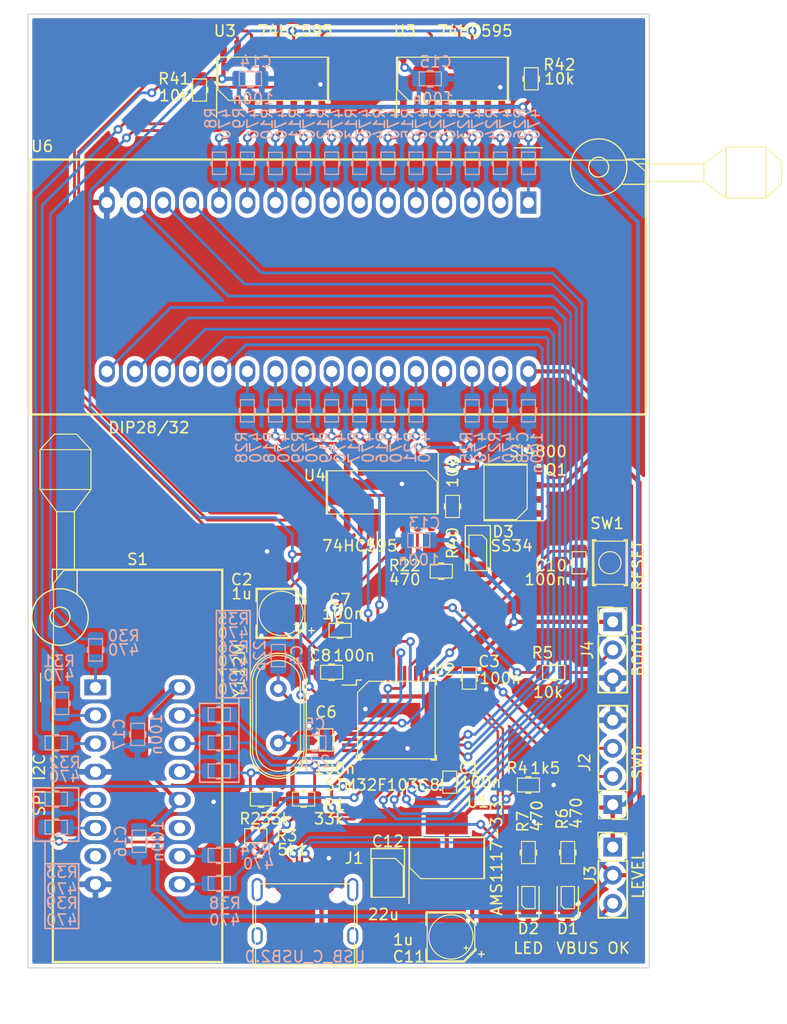
<source format=kicad_pcb>
(kicad_pcb (version 20211014) (generator pcbnew)
  (layers (0 "F.Cu" signal) (31 "B.Cu" signal) (34 "B.Paste" user) (35 "F.Paste" user) (36 "B.SilkS" user "B.Silkscreen") (37 "F.SilkS" user "F.Silkscreen") (38 "B.Mask" user) (39 "F.Mask" user) (44 "Edge.Cuts" user))
  (net 0 "")
  (net 1 "+3.3VA")
  (net 2 "GND")
  (net 3 "HSE_OUT")
  (net 4 "HSE_IN")
  (net 5 "/NRST")
  (net 6 "+5V")
  (net 7 "VBUS")
  (net 8 "Net-(D1-Pad2)")
  (net 9 "Net-(D2-Pad2)")
  (net 10 "A14+VCC_28")
  (net 11 "A14")
  (net 12 "Net-(J1-PadA5)")
  (net 13 "USB_D+")
  (net 14 "USB_D-")
  (net 18 "SWDIO")
  (net 19 "SWCLK")
  (net 20 "SZE")
  (net 21 "SCL")
  (net 22 "SDA")
  (net 23 "/BOOT0")
  (net 24 "LED")
  (net 25 "A0")
  (net 26 "Net-(R8-Pad2)")
  (net 27 "A1")
  (net 28 "Net-(D3-Pad2)")
  (net 29 "A2")
  (net 30 "Net-(R9-Pad2)")
  (net 31 "A3")
  (net 32 "Net-(R10-Pad2)")
  (net 33 "A4")
  (net 34 "Net-(R11-Pad2)")
  (net 35 "A5")
  (net 36 "Net-(R12-Pad2)")
  (net 37 "A6")
  (net 38 "Net-(R13-Pad2)")
  (net 39 "A7")
  (net 40 "Net-(R14-Pad2)")
  (net 41 "A8")
  (net 42 "Net-(R15-Pad2)")
  (net 43 "A9")
  (net 44 "Net-(R16-Pad2)")
  (net 45 "A10")
  (net 46 "Net-(R17-Pad2)")
  (net 47 "A11")
  (net 48 "Net-(R18-Pad2)")
  (net 49 "A12")
  (net 50 "Net-(R19-Pad2)")
  (net 51 "A13+NWE")
  (net 52 "Net-(R20-Pad2)")
  (net 53 "Net-(R21-Pad2)")
  (net 54 "A15")
  (net 55 "Net-(R23-Pad2)")
  (net 56 "A16")
  (net 57 "Net-(R24-Pad2)")
  (net 58 "A17")
  (net 59 "Net-(R25-Pad2)")
  (net 60 "A18")
  (net 61 "Net-(R26-Pad2)")
  (net 62 "A19")
  (net 63 "Net-(R27-Pad2)")
  (net 64 "NCE")
  (net 65 "Net-(R28-Pad2)")
  (net 66 "NOE")
  (net 67 "Net-(R29-Pad2)")
  (net 68 "I2C_A0")
  (net 69 "Net-(R30-Pad2)")
  (net 70 "I2C_A1")
  (net 71 "Net-(R31-Pad2)")
  (net 72 "I2C_A2")
  (net 73 "Net-(R32-Pad2)")
  (net 74 "NSS")
  (net 75 "Net-(R33-Pad2)")
  (net 76 "SCK")
  (net 77 "Net-(R34-Pad2)")
  (net 78 "Net-(R35-Pad1)")
  (net 79 "WP")
  (net 80 "Net-(R36-Pad1)")
  (net 81 "Net-(R37-Pad1)")
  (net 82 "Net-(R38-Pad1)")
  (net 83 "MOSI")
  (net 84 "Net-(R39-Pad1)")
  (net 85 "MISO")
  (net 88 "ADATA")
  (net 89 "ACLK")
  (net 93 "/D0")
  (net 94 "/D1")
  (net 95 "/D2")
  (net 96 "/D3")
  (net 97 "/D4")
  (net 98 "/D5")
  (net 99 "/D6")
  (net 100 "/D7")
  (net 107 "Net-(J4-Pad2)")
  (net 108 "SO1")
  (net 109 "SO2")
  (net 110 "ACT")
  (net 111 "Net-(R40-Pad2)")
  (net 112 "Net-(R41-Pad2)")
  (net 113 "Net-(R42-Pad2)")
  (net 114 "AST")
  (footprint "Resistor_SMD:R_0805_2012Metric_Pad1.20x1.40mm_HandSolder" (layer "F.Cu") (at 213.868 126.238 180)
    (fp_text reference "R4")
    (fp_text value "1k5")
  )
  (footprint "Resistor_SMD:R_0805_2012Metric_Pad1.20x1.40mm_HandSolder" (layer "F.Cu") (at 207.01 101.092 90)
    (fp_text reference "R40")
    (fp_text value "10k")
  )
  (footprint "Capacitor_SMD:C_0805_2012Metric_Pad1.18x1.45mm_HandSolder" (layer "F.Cu") (at 196.85 112.268)
    (fp_text reference "C7")
    (fp_text value "100n")
  )
  (footprint "Resistor_SMD:R_0805_2012Metric_Pad1.20x1.40mm_HandSolder" (layer "F.Cu") (at 184.15 63.5 -90)
    (fp_text reference "R41")
    (fp_text value "10k")
  )
  (footprint "Capacitor_SMD:C_0805_2012Metric_Pad1.18x1.45mm_HandSolder" (layer "F.Cu") (at 218.44 106.172 90)
    (fp_text reference "C10")
    (fp_text value "100n")
  )
  (footprint "Diode_SMD:D_1206_3216Metric_Pad1.42x1.75mm_HandSolder" (layer "F.Cu") (at 209.296 105.283 -90)
    (fp_text reference "D3")
    (fp_text value "SS34")
  )
  (footprint "Resistor_SMD:R_0805_2012Metric_Pad1.20x1.40mm_HandSolder" (layer "F.Cu") (at 193.548 127.508 180)
    (fp_text reference "R1")
    (fp_text value "33k")
  )
  (footprint "Capacitor_SMD:C_0805_2012Metric_Pad1.18x1.45mm_HandSolder" (layer "F.Cu") (at 208.519 116.586 -90)
    (fp_text reference "C3")
    (fp_text value "100n")
  )
  (footprint "Resistor_SMD:R_0805_2012Metric_Pad1.20x1.40mm_HandSolder" (layer "F.Cu") (at 205.994 106.934)
    (fp_text reference "R22")
    (fp_text value "470")
  )
  (footprint "Resistor_SMD:R_0805_2012Metric_Pad1.20x1.40mm_HandSolder" (layer "F.Cu") (at 213.868 132.334 -90)
    (fp_text reference "R7")
    (fp_text value "470")
  )
  (footprint "Crystal:Crystal_HC18-U_Vertical" (layer "F.Cu") (at 191.262 117.5435 -90)
    (fp_text reference "Y1")
    (fp_text value "12M")
  )
  (footprint "Connector_USB:USB_C_Receptacle_HRO_TYPE-C-31-M-12" (layer "F.Cu") (at 193.675 138.811)
    (fp_text reference "J1")
    (fp_text value "USB_C_USB2.0")
  )
  (footprint "Capacitor_Tantalum_SMD:CP_EIA-3528-12_Kemet-T_Pad1.50x2.35mm_HandSolder" (layer "F.Cu") (at 201.154 134.62 -90)
    (fp_text reference "C12")
    (fp_text value "22u")
  )
  (footprint "LED_SMD:LED_0805_2012Metric_Pad1.15x1.40mm_HandSolder" (layer "F.Cu") (at 213.868 136.398 90)
    (fp_text reference "D2")
    (fp_text value "LED")
  )
  (footprint "Resistor_SMD:R_0805_2012Metric_Pad1.20x1.40mm_HandSolder" (layer "F.Cu") (at 214.122 62.484 90)
    (fp_text reference "R42")
    (fp_text value "10k")
  )
  (footprint "Package_SO:SOP-16_3.9x9.9mm_P1.27mm" (layer "F.Cu") (at 190.754 62.484 90)
    (fp_text reference "U3")
    (fp_text value "74HC595")
  )
  (footprint "Package_SO:SO-8_3.9x4.9mm_P1.27mm" (layer "F.Cu") (at 211.801 99.822 180)
    (fp_text reference "Q1")
    (fp_text value "SI4800")
  )
  (footprint "Package_QFP:LQFP-48_7x7mm_P0.5mm" (layer "F.Cu") (at 201.93 120.3745)
    (fp_text reference "U2")
    (fp_text value "STM32F103C8")
  )
  (footprint "Button_Switch_SMD:SW_Push_SPST_NO_Alps_SKRK" (layer "F.Cu") (at 221.234 106.172 90)
    (fp_text reference "SW1")
    (fp_text value "RESET")
  )
  (footprint "Package_SO:SOP-16_3.9x9.9mm_P1.27mm" (layer "F.Cu") (at 200.66 99.822 -90)
    (fp_text reference "U4")
    (fp_text value "74HC595")
  )
  (footprint "Resistor_SMD:R_0805_2012Metric_Pad1.20x1.40mm_HandSolder" (layer "F.Cu") (at 189.738 127.508)
    (fp_text reference "R2")
    (fp_text value "33k")
  )
  (footprint "Capacitor_SMD:C_0805_2012Metric_Pad1.18x1.45mm_HandSolder" (layer "F.Cu") (at 196.088 116.0565 180)
    (fp_text reference "C8")
    (fp_text value "100n")
  )
  (footprint "Socket:DIP_Socket-16_W4.3_W5.08_W7.62_W10.16_W10.9_3M_216-3340-00-0602J" (layer "F.Cu") (at 174.7375 117.424)
    (fp_text reference "S1")
    (fp_text value "SPI I2C")
  )
  (footprint "Capacitor_SMD:C_0805_2012Metric_Pad1.18x1.45mm_HandSolder" (layer "F.Cu") (at 195.58 122.174 90)
    (fp_text reference "C6")
    (fp_text value "100n")
  )
  (footprint "Capacitor_SMD:CP_Elec_4x4.5" (layer "F.Cu") (at 206.869 139.954 180)
    (fp_text reference "C11")
    (fp_text value "1u")
  )
  (footprint "LED_SMD:LED_0805_2012Metric_Pad1.15x1.40mm_HandSolder" (layer "F.Cu") (at 217.424 136.398 90)
    (fp_text reference "D1")
    (fp_text value "VBUS OK")
  )
  (footprint "Connector_PinHeader_2.54mm:PinHeader_1x03_P2.54mm_Vertical" (layer "F.Cu") (at 221.488 131.841)
    (fp_text reference "J3")
    (fp_text value "LEVEL")
  )
  (footprint "Connector_PinHeader_2.54mm:PinHeader_1x03_P2.54mm_Vertical" (layer "F.Cu") (at 221.488 111.506)
    (fp_text reference "J4")
    (fp_text value "BOOT0")
  )
  (footprint "Resistor_SMD:R_0805_2012Metric_Pad1.20x1.40mm_HandSolder" (layer "F.Cu") (at 217.424 132.334 -90)
    (fp_text reference "R6")
    (fp_text value "470")
  )
  (footprint "Package_SO:SOP-16_3.9x9.9mm_P1.27mm" (layer "F.Cu") (at 207.01 62.484 90)
    (fp_text reference "U5")
    (fp_text value "74HC595")
  )
  (footprint "Resistor_SMD:R_0805_2012Metric_Pad1.20x1.40mm_HandSolder" (layer "F.Cu") (at 189.23 130.81)
    (fp_text reference "R3")
    (fp_text value "5k1")
  )
  (footprint "Capacitor_SMD:CP_Elec_4x4.5" (layer "F.Cu") (at 191.516 110.744 180)
    (fp_text reference "C2")
    (fp_text value "1u")
  )
  (footprint "Resistor_SMD:R_0805_2012Metric_Pad1.20x1.40mm_HandSolder" (layer "F.Cu") (at 216.154 116.078)
    (fp_text reference "R5")
    (fp_text value "10k")
  )
  (footprint "Socket:DIP_Socket-32_W11.9_W12.7_W15.24_W17.78_W18.5_3M_232-1285-00-0602J" (layer "F.Cu") (at 213.868 73.66 -90)
    (fp_text reference "U6")
    (fp_text value "DIP28/32")
  )
  (footprint "Package_TO_SOT_SMD:SOT-223-3_TabPin2" (layer "F.Cu") (at 206.488 132.842 90)
    (fp_text reference "U1")
    (fp_text value "AMS1117-3.3")
  )
  (footprint "Capacitor_SMD:C_0805_2012Metric_Pad1.18x1.45mm_HandSolder" (layer "F.Cu") (at 206.756 125.984 -90)
    (fp_text reference "C1")
    (fp_text value "100n")
  )
  (footprint "Connector_PinHeader_2.54mm:PinHeader_1x04_P2.54mm_Vertical" (layer "F.Cu") (at 221.488 128.006 180)
    (fp_text reference "J2")
    (fp_text value "SWD")
  )
  (footprint "Resistor_SMD:R_0805_2012Metric_Pad1.20x1.40mm_HandSolder" (layer "B.Cu") (at 185.928 124.968)
    (fp_text reference "R37")
    (fp_text value "470")
  )
  (footprint "Capacitor_SMD:C_0805_2012Metric_Pad1.18x1.45mm_HandSolder" (layer "B.Cu") (at 188.7435 62.484)
    (fp_text reference "C14")
    (fp_text value "100n")
  )
  (footprint "Resistor_SMD:R_0805_2012Metric_Pad1.20x1.40mm_HandSolder" (layer "B.Cu") (at 206.248 70.104 -90)
    (fp_text reference "R20")
    (fp_text value "470")
  )
  (footprint "Capacitor_SMD:C_0805_2012Metric_Pad1.18x1.45mm_HandSolder" (layer "B.Cu") (at 178.689 131.318 -90)
    (fp_text reference "C16")
    (fp_text value "100n")
  )
  (footprint "Resistor_SMD:R_0805_2012Metric_Pad1.20x1.40mm_HandSolder" (layer "B.Cu") (at 208.788 92.456 90)
    (fp_text reference "R25")
    (fp_text value "470")
  )
  (footprint "Resistor_SMD:R_0805_2012Metric_Pad1.20x1.40mm_HandSolder" (layer "B.Cu") (at 185.928 122.428)
    (fp_text reference "R36")
    (fp_text value "470")
  )
  (footprint "Resistor_SMD:R_0805_2012Metric_Pad1.20x1.40mm_HandSolder" (layer "B.Cu") (at 185.928 119.888)
    (fp_text reference "R35")
    (fp_text value "470")
  )
  (footprint "Resistor_SMD:R_0805_2012Metric_Pad1.20x1.40mm_HandSolder" (layer "B.Cu") (at 196.088 92.456 90)
    (fp_text reference "R19")
    (fp_text value "470")
  )
  (footprint "Capacitor_SMD:C_0805_2012Metric_Pad1.18x1.45mm_HandSolder" (layer "B.Cu") (at 194.564 122.428 180)
    (fp_text reference "C5")
    (fp_text value "22p")
  )
  (footprint "Resistor_SMD:R_0805_2012Metric_Pad1.20x1.40mm_HandSolder" (layer "B.Cu") (at 201.168 70.104 -90)
    (fp_text reference "R14")
    (fp_text value "470")
  )
  (footprint "Resistor_SMD:R_0805_2012Metric_Pad1.20x1.40mm_HandSolder" (layer "B.Cu") (at 171.196 130.048 180)
    (fp_text reference "R39")
    (fp_text value "470")
  )
  (footprint "Resistor_SMD:R_0805_2012Metric_Pad1.20x1.40mm_HandSolder" (layer "B.Cu") (at 198.628 70.104 -90)
    (fp_text reference "R13")
    (fp_text value "470")
  )
  (footprint "Resistor_SMD:R_0805_2012Metric_Pad1.20x1.40mm_HandSolder" (layer "B.Cu") (at 188.468 70.104 -90)
    (fp_text reference "R9")
    (fp_text value "470")
  )
  (footprint "Resistor_SMD:R_0805_2012Metric_Pad1.20x1.40mm_HandSolder" (layer "B.Cu") (at 203.708 92.456 90)
    (fp_text reference "R21")
    (fp_text value "470")
  )
  (footprint "Resistor_SMD:R_0805_2012Metric_Pad1.20x1.40mm_HandSolder" (layer "B.Cu") (at 196.088 70.104 -90)
    (fp_text reference "R12")
    (fp_text value "470")
  )
  (footprint "Capacitor_SMD:C_0805_2012Metric_Pad1.18x1.45mm_HandSolder" (layer "B.Cu") (at 203.962 104.14 180)
    (fp_text reference "C13")
    (fp_text value "100n")
  )
  (footprint "Resistor_SMD:R_0805_2012Metric_Pad1.20x1.40mm_HandSolder" (layer "B.Cu") (at 188.468 92.456 90)
    (fp_text reference "R28")
    (fp_text value "470")
  )
  (footprint "Resistor_SMD:R_0805_2012Metric_Pad1.20x1.40mm_HandSolder" (layer "B.Cu") (at 171.196 122.428)
    (fp_text reference "R32")
    (fp_text value "470")
  )
  (footprint "Capacitor_SMD:C_0805_2012Metric_Pad1.18x1.45mm_HandSolder" (layer "B.Cu") (at 178.562 121.666 -90)
    (fp_text reference "C17")
    (fp_text value "100n")
  )
  (footprint "Resistor_SMD:R_0805_2012Metric_Pad1.20x1.40mm_HandSolder" (layer "B.Cu") (at 193.548 92.456 90)
    (fp_text reference "R29")
    (fp_text value "470")
  )
  (footprint "Resistor_SMD:R_0805_2012Metric_Pad1.20x1.40mm_HandSolder" (layer "B.Cu") (at 203.708 70.104 -90)
    (fp_text reference "R15")
    (fp_text value "470")
  )
  (footprint "Resistor_SMD:R_0805_2012Metric_Pad1.20x1.40mm_HandSolder" (layer "B.Cu") (at 193.548 70.104 -90)
    (fp_text reference "R11")
    (fp_text value "470")
  )
  (footprint "Resistor_SMD:R_0805_2012Metric_Pad1.20x1.40mm_HandSolder" (layer "B.Cu") (at 191.008 70.12 -90)
    (fp_text reference "R10")
    (fp_text value "470")
  )
  (footprint "Resistor_SMD:R_0805_2012Metric_Pad1.20x1.40mm_HandSolder" (layer "B.Cu") (at 185.928 132.588 180)
    (fp_text reference "R34")
    (fp_text value "470")
  )
  (footprint "Resistor_SMD:R_0805_2012Metric_Pad1.20x1.40mm_HandSolder" (layer "B.Cu") (at 191.008 92.456 90)
    (fp_text reference "R18")
    (fp_text value "470")
  )
  (footprint "Resistor_SMD:R_0805_2012Metric_Pad1.20x1.40mm_HandSolder" (layer "B.Cu") (at 211.328 92.456 90)
    (fp_text reference "R27")
    (fp_text value "470")
  )
  (footprint "Resistor_SMD:R_0805_2012Metric_Pad1.20x1.40mm_HandSolder" (layer "B.Cu") (at 174.752 114.046 -90)
    (fp_text reference "R30")
    (fp_text value "470")
  )
  (footprint "Capacitor_SMD:C_0805_2012Metric_Pad1.18x1.45mm_HandSolder" (layer "B.Cu") (at 204.9995 62.484)
    (fp_text reference "C15")
    (fp_text value "100n")
  )
  (footprint "Resistor_SMD:R_0805_2012Metric_Pad1.20x1.40mm_HandSolder" (layer "B.Cu") (at 185.928 70.104 -90)
    (fp_text reference "R8")
    (fp_text value "470")
  )
  (footprint "Resistor_SMD:R_0805_2012Metric_Pad1.20x1.40mm_HandSolder" (layer "B.Cu") (at 171.704 118.872 -90)
    (fp_text reference "R31")
    (fp_text value "470")
  )
  (footprint "Capacitor_SMD:C_0805_2012Metric_Pad1.18x1.45mm_HandSolder" (layer "B.Cu") (at 213.868 92.456 -90)
    (fp_text reference "C18")
    (fp_text value "100n")
  )
  (footprint "Resistor_SMD:R_0805_2012Metric_Pad1.20x1.40mm_HandSolder" (layer "B.Cu") (at 198.628 92.456 90)
    (fp_text reference "R17")
    (fp_text value "470")
  )
  (footprint "Resistor_SMD:R_0805_2012Metric_Pad1.20x1.40mm_HandSolder" (layer "B.Cu") (at 208.788 70.12 -90)
    (fp_text reference "R23")
    (fp_text value "470")
  )
  (footprint "Resistor_SMD:R_0805_2012Metric_Pad1.20x1.40mm_HandSolder" (layer "B.Cu") (at 171.196 127.508)
    (fp_text reference "R33")
    (fp_text value "470")
  )
  (footprint "Capacitor_SMD:C_0805_2012Metric_Pad1.18x1.45mm_HandSolder" (layer "B.Cu") (at 191.262 114.554 90)
    (fp_text reference "C4")
    (fp_text value "22p")
  )
  (footprint "Resistor_SMD:R_0805_2012Metric_Pad1.20x1.40mm_HandSolder" (layer "B.Cu") (at 201.168 92.456 90)
    (fp_text reference "R16")
    (fp_text value "470")
  )
  (footprint "Resistor_SMD:R_0805_2012Metric_Pad1.20x1.40mm_HandSolder" (layer "B.Cu") (at 213.868 70.104 -90)
    (fp_text reference "R26")
    (fp_text value "470")
  )
  (footprint "Resistor_SMD:R_0805_2012Metric_Pad1.20x1.40mm_HandSolder" (layer "B.Cu") (at 211.328 70.104 -90)
    (fp_text reference "R24")
    (fp_text value "470")
  )
  (footprint "Resistor_SMD:R_0805_2012Metric_Pad1.20x1.40mm_HandSolder" (layer "B.Cu") (at 185.928 135.128)
    (fp_text reference "R38")
    (fp_text value "470")
  )
  (gr_line (start 187.706 118.872) (end 187.706 118.364) (layer "B.SilkS") (width 0.15))
  (gr_rect (start 170.18 133.35) (end 173.228 139.192) (layer "B.SilkS") (width 0.15) (fill none))
  (gr_rect (start 169.164 126.492) (end 173.228 131.318) (layer "B.SilkS") (width 0.15) (fill none))
  (gr_rect (start 185.674 110.49) (end 188.722 118.364) (layer "B.SilkS") (width 0.15) (fill none))
  (gr_rect (start 184.15 118.872) (end 187.706 125.984) (layer "B.SilkS") (width 0.15) (fill none))
  (gr_line (start 170.18 133.35) (end 170.18 131.318) (layer "B.SilkS") (width 0.15))
  (gr_rect (start 168.656 142.748) (end 224.79 56.642) (layer "Edge.Cuts") (width 0.1) (fill none))
  (segment (start 207.546559 115.5485) (end 208.519 115.5485) (width 0.381) (layer "F.Cu") (net 1))
  (segment (start 204.68 124.537) (end 204.68 121.622) (width 0.381) (layer "F.Cu") (net 1))
  (segment (start 208.788 128.27) (end 214.884 128.27) (width 0.381) (layer "F.Cu") (net 1))
  (segment (start 192.548 127.508) (end 192.548 124.444) (width 0.381) (layer "F.Cu") (net 1))
  (segment (start 205.105 102.322) (end 206.78 102.322) (width 0.381) (layer "F.Cu") (net 1))
  (segment (start 195.8125 111.2305) (end 195.8125 112.268) (width 0.381) (layer "F.Cu") (net 1))
  (segment (start 208.519 115.5485) (end 212.5615 111.506) (width 0.381) (layer "F.Cu") (net 1))
  (segment (start 204.68 121.622) (end 204.68 118.2451) (width 0.381) (layer "F.Cu") (net 1))
  (segment (start 195.326 110.744) (end 195.8125 111.2305) (width 0.381) (layer "F.Cu") (net 1))
  (segment (start 195.58 122.428) (end 195.834 122.174) (width 0.381) (layer "F.Cu") (net 1))
  (segment (start 205.3006 117.6245) (end 206.0925 117.6245) (width 0.381) (layer "F.Cu") (net 1))
  (segment (start 195.58 123.2115) (end 195.58 122.428) (width 0.381) (layer "F.Cu") (net 1))
  (segment (start 184.15 62.5) (end 186.166 62.5) (width 0.381) (layer "F.Cu") (net 1))
  (segment (start 199.18 115.614) (end 195.834 112.268) (width 0.381) (layer "F.Cu") (net 1))
  (segment (start 206.0925 117.6245) (end 206.0925 116.9955) (width 0.381) (layer "F.Cu") (net 1))
  (segment (start 197.7675 117.6245) (end 197.7675 116.6985) (width 0.381) (layer "F.Cu") (net 1))
  (segment (start 198.6055 117.6245) (end 198.882 117.348) (width 0.381) (layer "F.Cu") (net 1))
  (segment (start 197.7675 121.6245) (end 204.6775 121.6245) (width 0.381) (layer "F.Cu") (net 1))
  (segment (start 207.01 102.092) (end 207.01 104.14) (width 0.381) (layer "F.Cu") (net 1))
  (segment (start 190.738 127.508) (end 192.548 127.508) (width 0.381) (layer "F.Cu") (net 1))
  (segment (start 204.68 118.2451) (end 205.3006 117.6245) (width 0.381) (layer "F.Cu") (net 1))
  (segment (start 206.502 124.9465) (end 205.0895 124.9465) (width 0.381) (layer "F.Cu") (net 1))
  (segment (start 192.548 124.444) (end 193.7805 123.2115) (width 0.381) (layer "F.Cu") (net 1))
  (segment (start 199.18 117.05) (end 199.18 116.212) (width 0.381) (layer "F.Cu") (net 1))
  (segment (start 214.868 126.238) (end 214.868 128.254) (width 0.381) (layer "F.Cu") (net 1))
  (segment (start 206.488 135.992) (end 206.488 129.692) (width 0.381) (layer "F.Cu") (net 1))
  (segment (start 202.565 61.341) (end 202.692 61.468) (width 0.381) (layer "F.Cu") (net 1))
  (segment (start 198.882 117.348) (end 199.18 117.05) (width 0.381) (layer "F.Cu") (net 1))
  (segment (start 221.488 131.841) (end 221.488 128.006) (width 0.381) (layer "F.Cu") (net 1))
  (segment (start 196.8915 121.6245) (end 197.7675 121.6245) (width 0.381) (layer "F.Cu") (net 1))
  (segment (start 193.316 110.744) (end 195.326 110.744) (width 0.381) (layer "F.Cu") (net 1))
  (segment (start 204.68 118.2451) (end 199.7791 118.2451) (width 0.381) (layer "F.Cu") (net 1))
  (segment (start 212.5615 111.506) (end 221.488 111.506) (width 0.381) (layer "F.Cu") (net 1))
  (segment (start 195.834 122.174) (end 196.342 122.174) (width 0.381) (layer "F.Cu") (net 1))
  (segment (start 202.565 59.984) (end 202.565 61.341) (width 0.381) (layer "F.Cu") (net 1))
  (segment (start 214.868 128.254) (end 214.884 128.27) (width 0.381) (layer "F.Cu") (net 1))
  (segment (start 205.0895 124.9465) (end 204.68 124.537) (width 0.381) (layer "F.Cu") (net 1))
  (segment (start 206.099559 116.9955) (end 207.546559 115.5485) (width 0.381) (layer "F.Cu") (net 1))
  (segment (start 214.122 64.262) (end 213.36 65.024) (width 0.381) (layer "F.Cu") (net 1))
  (segment (start 206.502 124.9465) (end 208.0045 124.9465) (width 0.381) (layer "F.Cu") (net 1))
  (segment (start 197.7675 117.6245) (end 198.6055 117.6245) (width 0.381) (layer "F.Cu") (net 1))
  (segment (start 196.342 122.174) (end 196.8915 121.6245) (width 0.381) (layer "F.Cu") (net 1))
  (segment (start 204.6775 121.6245) (end 204.68 121.622) (width 0.381) (layer "F.Cu") (net 1))
  (segment (start 199.7791 118.2451) (end 198.882 117.348) (width 0.381) (layer "F.Cu") (net 1))
  (segment (start 214.122 63.484) (end 214.122 64.262) (width 0.381) (layer "F.Cu") (net 1))
  (segment (start 186.166 62.5) (end 186.182 62.484) (width 0.381) (layer "F.Cu") (net 1))
  (segment (start 208.788 125.73) (end 208.788 128.27) (width 0.381) (layer "F.Cu") (net 1))
  (segment (start 197.7675 116.6985) (end 197.1255 116.0565) (width 0.381) (layer "F.Cu") (net 1))
  (segment (start 206.0925 116.9955) (end 206.099559 116.9955) (width 0.381) (layer "F.Cu") (net 1))
  (segment (start 208.788 128.27) (end 207.366 129.692) (width 0.381) (layer "F.Cu") (net 1))
  (segment (start 201.154 132.995) (end 206.462 132.995) (width 0.381) (layer "F.Cu") (net 1))
  (segment (start 193.7805 123.2115) (end 195.58 123.2115) (width 0.381) (layer "F.Cu") (net 1))
  (segment (start 186.309 62.357) (end 186.182 62.484) (width 0.381) (layer "F.Cu") (net 1))
  (segment (start 186.309 59.984) (end 186.309 62.357) (width 0.381) (layer "F.Cu") (net 1))
  (segment (start 199.18 116.212) (end 199.18 115.614) (width 0.381) (layer "F.Cu") (net 1))
  (segment (start 221.224 128.27) (end 214.884 128.27) (width 0.381) (layer "F.Cu") (net 1))
  (segment (start 208.0045 124.9465) (end 208.788 125.73) (width 0.381) (layer "F.Cu") (net 1))
  (via (at 213.36 65.024) (size 0.8128) (drill 0.4064) (layers "F.Cu" "B.Cu") (net 1))
  (via (at 202.692 61.468) (size 0.8128) (drill 0.4064) (layers "F.Cu" "B.Cu") (net 1))
  (via (at 207.01 104.14) (size 0.8128) (drill 0.4064) (layers "F.Cu" "B.Cu") (net 1))
  (via (at 186.182 62.484) (size 0.8128) (drill 0.4064) (layers "F.Cu" "B.Cu") (net 1))
  (via (at 212.5615 111.506) (size 0.8128) (drill 0.4064) (layers "F.Cu" "B.Cu") (net 1))
  (segment (start 188.722 65.024) (end 187.706 64.008) (width 0.381) (layer "B.Cu") (net 1))
  (segment (start 221.488 128.006) (end 222.514 128.006) (width 0.381) (layer "B.Cu") (net 1))
  (segment (start 202.692 61.468) (end 202.946 61.468) (width 0.381) (layer "B.Cu") (net 1))
  (segment (start 202.946 61.468) (end 203.962 62.484) (width 0.381) (layer "B.Cu") (net 1))
  (segment (start 204.9995 104.14) (end 207.01 104.14) (width 0.381) (layer "B.Cu") (net 1))
  (segment (start 203.962 62.484) (end 203.962 65.024) (width 0.381) (layer "B.Cu") (net 1))
  (segment (start 203.962 65.024) (end 188.722 65.024) (width 0.381) (layer "B.Cu") (net 1))
  (segment (start 187.706 64.008) (end 187.706 62.484) (width 0.381) (layer "B.Cu") (net 1))
  (segment (start 223.774 126.746) (end 223.774 75.438) (width 0.381) (layer "B.Cu") (net 1))
  (segment (start 187.706 62.484) (end 186.182 62.484) (width 0.381) (layer "B.Cu") (net 1))
  (segment (start 222.514 128.006) (end 223.774 126.746) (width 0.381) (layer "B.Cu") (net 1))
  (segment (start 223.774 75.438) (end 213.36 65.024) (width 0.381) (layer "B.Cu") (net 1))
  (segment (start 213.36 65.024) (end 203.962 65.024) (width 0.381) (layer "B.Cu") (net 1))
  (segment (start 212.5615 109.6915) (end 212.5615 111.506) (width 0.381) (layer "B.Cu") (net 1))
  (segment (start 207.01 104.14) (end 212.5615 109.6915) (width 0.381) (layer "B.Cu") (net 1))
  (segment (start 206.502 127.0215) (end 205.8726 127.0215) (width 0.381) (layer "F.Cu") (net 2))
  (segment (start 199.68752 115.403778) (end 199.68752 116.212) (width 0.381) (layer "F.Cu") (net 2))
  (segment (start 207.74998 118.13202) (end 206.0925 118.13202) (width 0.381) (layer "F.Cu") (net 2))
  (segment (start 205.8726 127.0215) (end 204.17248 125.32138) (width 0.381) (layer "F.Cu") (net 2))
  (segment (start 204.17248 125.32138) (end 204.17248 124.537) (width 0.381) (layer "F.Cu") (net 2))
  (segment (start 197.8875 113.603758) (end 199.68752 115.403778) (width 0.381) (layer "F.Cu") (net 2))
  (segment (start 208.2585 117.6235) (end 207.74998 118.13202) (width 0.381) (layer "F.Cu") (net 2))
  (segment (start 197.8875 112.268) (end 197.8875 113.603758) (width 0.381) (layer "F.Cu") (net 2))
  (segment (start 195.59952 121.11698) (end 197.7675 121.11698) (width 0.381) (layer "F.Cu") (net 2))
  (via (at 214.376 129.54) (size 0.8128) (drill 0.4064) (layers "F.Cu" "B.Cu") (net 2))
  (via (at 194.056 120.904) (size 0.8128) (drill 0.4064) (layers "F.Cu" "B.Cu") (net 2))
  (via (at 213.614 96.012) (size 0.8128) (drill 0.4064) (layers "F.Cu" "B.Cu") (net 2))
  (via (at 195.072 62.992) (size 0.8128) (drill 0.4064) (layers "F.Cu" "B.Cu") (net 2))
  (via (at 211.328 63.246) (size 0.8128) (drill 0.4064) (layers "F.Cu" "B.Cu") (net 2))
  (via (at 202.946 122.936) (size 0.8128) (drill 0.4064) (layers "F.Cu" "B.Cu") (net 2))
  (via (at 195.834 132.842) (size 0.8128) (drill 0.4064) (layers "F.Cu" "B.Cu") (net 2))
  (via (at 189.738 112.776) (size 0.8128) (drill 0.4064) (layers "F.Cu" "B.Cu") (net 2))
  (via (at 210.058 117.602) (size 0.8128) (drill 0.4064) (layers "F.Cu" "B.Cu") (net 2))
  (via (at 190.246 105.156) (size 0.8128) (drill 0.4064) (layers "F.Cu" "B.Cu") (net 2))
  (via (at 202.438 99.06) (size 0.8128) (drill 0.4064) (layers "F.Cu" "B.Cu") (net 2))
  (via (at 216.154 126.238) (size 0.8128) (drill 0.4064) (layers "F.Cu" "B.Cu") (net 2))
  (via (at 185.42 127.762) (size 0.8128) (drill 0.4064) (layers "F.Cu" "B.Cu") (net 2))
  (via (at 199.136 119.38) (size 0.8128) (drill 0.4064) (layers "F.Cu" "B.Cu") (net 2))
  (segment (start 193.343 119.6245) (end 191.262 117.5435) (width 0.254) (layer "F.Cu") (net 3))
  (segment (start 197.7675 119.6245) (end 193.343 119.6245) (width 0.254) (layer "F.Cu") (net 3))
  (segment (start 191.262 117.5435) (end 191.262 115.5915) (width 0.254) (layer "B.Cu") (net 3))
  (segment (start 197.7675 120.1245) (end 193.581 120.1245) (width 0.254) (layer "F.Cu") (net 4))
  (segment (start 193.581 120.1245) (end 191.262 122.4435) (width 0.254) (layer "F.Cu") (net 4))
  (segment (start 191.262 122.4435) (end 193.3625 122.4435) (width 0.254) (layer "B.Cu") (net 4))
  (segment (start 202.438 120.65) (end 197.793 120.65) (width 0.254) (layer "F.Cu") (net 5))
  (segment (start 218.44 105.1345) (end 220.4255 105.1345) (width 0.254) (layer "F.Cu") (net 5))
  (segment (start 218.44 105.1345) (end 215.9215 105.1345) (width 0.254) (layer "F.Cu") (net 5))
  (segment (start 220.4255 105.1345) (end 221.488 104.072) (width 0.254) (layer "F.Cu") (net 5))
  (segment (start 215.9215 105.1345) (end 206.756 114.3) (width 0.254) (layer "F.Cu") (net 5))
  (via (at 202.438 120.65) (size 0.8128) (drill 0.4064) (layers "F.Cu" "B.Cu") (net 5))
  (via (at 206.756 114.3) (size 0.8128) (drill 0.4064) (layers "F.Cu" "B.Cu") (net 5))
  (segment (start 204.367911 119.241845) (end 202.959756 120.65) (width 0.254) (layer "B.Cu") (net 5))
  (segment (start 206.756 114.3) (end 204.367911 116.688089) (width 0.254) (layer "B.Cu") (net 5))
  (segment (start 204.367911 116.688089) (end 204.367911 119.241845) (width 0.254) (layer "B.Cu") (net 5))
  (segment (start 202.959756 120.65) (end 202.438 120.65) (width 0.254) (layer "B.Cu") (net 5))
  (segment (start 208.788 139.835) (end 208.788 135.992) (width 0.381) (layer "F.Cu") (net 6))
  (segment (start 189.754 132.334) (end 190.5 132.334) (width 0.381) (layer "F.Cu") (net 6))
  (segment (start 191.225 134.766) (end 191.225 133.059) (width 0.381) (layer "F.Cu") (net 6))
  (segment (start 190.5 132.334) (end 191.225 133.059) (width 0.381) (layer "F.Cu") (net 6))
  (segment (start 191.225 134.766) (end 191.225 135.563439) (width 0.381) (layer "F.Cu") (net 6))
  (segment (start 195.170188 139.671188) (end 195.170188 136.518251) (width 0.381) (layer "F.Cu") (net 6))
  (segment (start 196.125 135.563439) (end 196.125 134.766) (width 0.381) (layer "F.Cu") (net 6))
  (segment (start 208.302 139.954) (end 206.651 141.605) (width 0.381) (layer "F.Cu") (net 6))
  (segment (start 218.455 139.954) (end 221.488 136.921) (width 0.381) (layer "F.Cu") (net 6))
  (segment (start 197.104 141.605) (end 195.170188 139.671188) (width 0.381) (layer "F.Cu") (net 6))
  (segment (start 191.225 135.563439) (end 192.179812 136.518251) (width 0.381) (layer "F.Cu") (net 6))
  (segment (start 206.651 141.605) (end 197.104 141.605) (width 0.381) (layer "F.Cu") (net 6))
  (segment (start 195.170188 136.518251) (end 196.125 135.563439) (width 0.381) (layer "F.Cu") (net 6))
  (segment (start 188.23 130.81) (end 189.754 132.334) (width 0.381) (layer "F.Cu") (net 6))
  (segment (start 208.302 139.954) (end 218.455 139.954) (width 0.381) (layer "F.Cu") (net 6))
  (segment (start 192.179812 136.518251) (end 195.170188 136.518251) (width 0.381) (layer "F.Cu") (net 6))
  (segment (start 217.424 131.334) (end 218.441 131.334) (width 0.381) (layer "F.Cu") (net 7))
  (segment (start 214.376 99.187) (end 217.043 99.187) (width 0.381) (layer "F.Cu") (net 7))
  (segment (start 220.599 95.631) (end 223.901 98.933) (width 0.381) (layer "F.Cu") (net 7))
  (segment (start 214.376 101.727) (end 214.376 99.187) (width 0.381) (layer "F.Cu") (net 7))
  (segment (start 180.086 119.6955) (end 182.3575 117.424) (width 0.381) (layer "F.Cu") (net 7))
  (segment (start 218.441 131.334) (end 221.488 134.381) (width 0.381) (layer "F.Cu") (net 7))
  (segment (start 217.424 88.9) (end 220.599 92.075) (width 0.381) (layer "F.Cu") (net 7))
  (segment (start 220.599 92.075) (end 220.599 95.631) (width 0.381) (layer "F.Cu") (net 7))
  (segment (start 223.901 133.477) (end 222.997 134.381) (width 0.381) (layer "F.Cu") (net 7))
  (segment (start 217.043 99.187) (end 220.599 95.631) (width 0.381) (layer "F.Cu") (net 7))
  (segment (start 222.997 134.381) (end 221.488 134.381) (width 0.381) (layer "F.Cu") (net 7))
  (segment (start 180.086 125.603) (end 180.086 119.6955) (width 0.381) (layer "F.Cu") (net 7))
  (segment (start 223.901 98.933) (end 223.901 133.477) (width 0.381) (layer "F.Cu") (net 7))
  (segment (start 213.868 88.9) (end 217.424 88.9) (width 0.381) (layer "F.Cu") (net 7))
  (segment (start 182.067 127.584) (end 180.086 125.603) (width 0.381) (layer "F.Cu") (net 7))
  (segment (start 178.689 130.2805) (end 180.3185 130.2805) (width 0.381) (layer "B.Cu") (net 7))
  (segment (start 180.34 135.636) (end 182.792011 138.088011) (width 0.381) (layer "B.Cu") (net 7))
  (segment (start 180.34 129.794) (end 180.34 130.302) (width 0.381) (layer "B.Cu") (net 7))
  (segment (start 213.868 91.4185) (end 213.868 88.9) (width 0.381) (layer "B.Cu") (net 7))
  (segment (start 180.34 130.302) (end 180.34 135.636) (width 0.381) (layer "B.Cu") (net 7))
  (segment (start 182.792011 138.088011) (end 217.780989 138.088011) (width 0.381) (layer "B.Cu") (net 7))
  (segment (start 217.780989 138.088011) (end 221.488 134.381) (width 0.381) (layer "B.Cu") (net 7))
  (segment (start 180.3185 130.2805) (end 180.34 130.302) (width 0.381) (layer "B.Cu") (net 7))
  (segment (start 181.7665 117.424) (end 178.562 120.6285) (width 0.381) (layer "B.Cu") (net 7))
  (segment (start 182.3575 127.7765) (end 180.34 129.794) (width 0.381) (layer "B.Cu") (net 7))
  (segment (start 217.424 135.373) (end 217.424 133.334) (width 0.254) (layer "F.Cu") (net 8))
  (segment (start 213.868 135.373) (end 213.868 133.334) (width 0.254) (layer "F.Cu") (net 9))
  (segment (start 209.296 103.7955) (end 209.296 97.987) (width 0.381) (layer "F.Cu") (net 10))
  (segment (start 209.226 97.917) (end 209.226 96.704) (width 0.381) (layer "F.Cu") (net 10))
  (segment (start 209.226 96.704) (end 206.248 93.726) (width 0.381) (layer "F.Cu") (net 10))
  (segment (start 206.248 93.726) (end 206.248 88.9) (width 0.381) (layer "F.Cu") (net 10))
  (segment (start 203.835 105.775) (end 204.994 106.934) (width 0.254) (layer "F.Cu") (net 11))
  (segment (start 203.835 102.322) (end 203.835 105.775) (width 0.254) (layer "F.Cu") (net 11))
  (segment (start 192.425 134.766) (end 192.425 133.14363) (width 0.254) (layer "F.Cu") (net 12))
  (segment (start 192.425 134.766) (end 192.425 135.745) (width 0.254) (layer "F.Cu") (net 12))
  (segment (start 192.425 135.745) (end 192.754231 136.074231) (width 0.254) (layer "F.Cu") (net 12))
  (segment (start 194.887769 136.074231) (end 195.425 135.537) (width 0.254) (layer "F.Cu") (net 12))
  (segment (start 192.754231 136.074231) (end 194.887769 136.074231) (width 0.254) (layer "F.Cu") (net 12))
  (segment (start 192.425 133.14363) (end 190.23 130.94863) (width 0.254) (layer "F.Cu") (net 12))
  (segment (start 195.425 135.537) (end 195.425 134.766) (width 0.254) (layer "F.Cu") (net 12))
  (segment (start 193.425 133.678499) (end 193.4036 133.657099) (width 0.2032) (layer "F.Cu") (net 13))
  (segment (start 212.868 126.5014) (end 211.8614 127.508) (width 0.2032) (layer "F.Cu") (net 13))
  (segment (start 194.425 134.766) (end 194.425 133.143574) (width 0.2032) (layer "F.Cu") (net 13))
  (segment (start 193.403601 132.731773) (end 193.7084 132.426974) (width 0.2032) (layer "F.Cu") (net 13))
  (segment (start 193.425 134.766) (end 193.425 133.678499) (width 0.2032) (layer "F.Cu") (net 13))
  (segment (start 211.8614 127.508) (end 211.556601 127.203201) (width 0.2032) (layer "F.Cu") (net 13))
  (segment (start 209.512189 119.145899) (end 206.113899 119.145899) (width 0.2032) (layer "F.Cu") (net 13))
  (segment (start 211.556601 127.203201) (end 211.556601 121.190311) (width 0.2032) (layer "F.Cu") (net 13))
  (segment (start 211.556601 121.190311) (end 209.512189 119.145899) (width 0.2032) (layer "F.Cu") (net 13))
  (segment (start 194.425 133.143574) (end 193.7084 132.426974) (width 0.2032) (layer "F.Cu") (net 13))
  (segment (start 193.4036 133.657099) (end 193.403601 132.731773) (width 0.2032) (layer "F.Cu") (net 13))
  (via (at 193.7084 132.426974) (size 0.8128) (drill 0.4064) (layers "F.Cu" "B.Cu") (net 13))
  (via (at 211.8614 127.508) (size 0.8128) (drill 0.4064) (layers "F.Cu" "B.Cu") (net 13))
  (segment (start 209.77169 131.4196) (end 211.556601 129.634689) (width 0.2032) (layer "B.Cu") (net 13))
  (segment (start 194.295553 131.4196) (end 209.77169 131.4196) (width 0.2032) (layer "B.Cu") (net 13))
  (segment (start 211.556601 127.812799) (end 211.8614 127.508) (width 0.2032) (layer "B.Cu") (net 13))
  (segment (start 193.7084 132.426974) (end 193.7084 132.006753) (width 0.2032) (layer "B.Cu") (net 13))
  (segment (start 211.556601 129.634689) (end 211.556601 127.812799) (width 0.2032) (layer "B.Cu") (net 13))
  (segment (start 193.7084 132.006753) (end 194.295553 131.4196) (width 0.2032) (layer "B.Cu") (net 13))
  (segment (start 192.946399 132.731773) (end 192.6416 132.426974) (width 0.2032) (layer "F.Cu") (net 14))
  (segment (start 192.925 133.678499) (end 192.9464 133.657099) (width 0.2032) (layer "F.Cu") (net 14))
  (segment (start 193.803111 135.719111) (end 193.046889 135.719111) (width 0.2032) (layer "F.Cu") (net 14))
  (segment (start 211.099399 127.203201) (end 211.099399 121.379689) (width 0.2032) (layer "F.Cu") (net 14))
  (segment (start 211.099399 121.379689) (end 209.322811 119.603101) (width 0.2032) (layer "F.Cu") (net 14))
  (segment (start 193.925 134.766) (end 193.925 135.597222) (width 0.2032) (layer "F.Cu") (net 14))
  (segment (start 192.9464 133.657099) (end 192.946399 132.731773) (width 0.2032) (layer "F.Cu") (net 14))
  (segment (start 209.322811 119.603101) (end 206.113899 119.603101) (width 0.2032) (layer "F.Cu") (net 14))
  (segment (start 210.7946 127.508) (end 211.099399 127.203201) (width 0.2032) (layer "F.Cu") (net 14))
  (segment (start 192.925 135.597222) (end 192.925 134.766) (width 0.2032) (layer "F.Cu") (net 14))
  (segment (start 193.925 135.597222) (end 193.803111 135.719111) (width 0.2032) (layer "F.Cu") (net 14))
  (segment (start 192.925 134.766) (end 192.925 133.678499) (width 0.2032) (layer "F.Cu") (net 14))
  (segment (start 193.046889 135.719111) (end 192.925 135.597222) (width 0.2032) (layer "F.Cu") (net 14))
  (via (at 192.6416 132.426974) (size 0.8128) (drill 0.4064) (layers "F.Cu" "B.Cu") (net 14))
  (via (at 210.7946 127.508) (size 0.8128) (drill 0.4064) (layers "F.Cu" "B.Cu") (net 14))
  (segment (start 211.099399 127.812799) (end 210.7946 127.508) (width 0.2032) (layer "B.Cu") (net 14))
  (segment (start 194.106174 130.9624) (end 209.58231 130.9624) (width 0.2032) (layer "B.Cu") (net 14))
  (segment (start 209.58231 130.9624) (end 211.099399 129.445311) (width 0.2032) (layer "B.Cu") (net 14))
  (segment (start 192.6416 132.426974) (end 194.106174 130.9624) (width 0.2032) (layer "B.Cu") (net 14))
  (segment (start 211.099399 129.445311) (end 211.099399 127.812799) (width 0.2032) (layer "B.Cu") (net 14))
  (segment (start 210.6995 118.6245) (end 217.551 125.476) (width 0.254) (layer "F.Cu") (net 18))
  (segment (start 217.561 125.466) (end 221.488 125.466) (width 0.254) (layer "F.Cu") (net 18))
  (segment (start 206.0925 118.6245) (end 210.6995 118.6245) (width 0.254) (layer "F.Cu") (net 18))
  (segment (start 217.551 125.476) (end 217.561 125.466) (width 0.254) (layer "F.Cu") (net 18))
  (segment (start 205.994 116.078) (end 204.814 116.078) (width 0.254) (layer "F.Cu") (net 19))
  (segment (start 204.814 116.078) (end 204.68 116.212) (width 0.254) (layer "F.Cu") (net 19))
  (segment (start 211.582 117.856) (end 216.652 122.926) (width 0.254) (layer "F.Cu") (net 19))
  (segment (start 221.488 122.926) (end 216.652 122.926) (width 0.254) (layer "F.Cu") (net 19))
  (via (at 211.582 117.856) (size 0.8128) (drill 0.4064) (layers "F.Cu" "B.Cu") (net 19))
  (via (at 205.994 116.078) (size 0.8128) (drill 0.4064) (layers "F.Cu" "B.Cu") (net 19))
  (segment (start 209.804 116.078) (end 205.994 116.078) (width 0.254) (layer "B.Cu") (net 19))
  (segment (start 211.582 117.856) (end 209.804 116.078) (width 0.254) (layer "B.Cu") (net 19))
  (segment (start 214.376 97.917) (end 213.233 97.917) (width 0.254) (layer "F.Cu") (net 20))
  (segment (start 204.008903 114.681) (end 203.18 115.509903) (width 0.254) (layer "F.Cu") (net 20))
  (segment (start 204.597 114.681) (end 211.709 107.569) (width 0.254) (layer "F.Cu") (net 20))
  (segment (start 203.18 115.509903) (end 203.18 116.212) (width 0.254) (layer "F.Cu") (net 20))
  (segment (start 213.233 97.917) (end 211.709 99.441) (width 0.254) (layer "F.Cu") (net 20))
  (segment (start 211.709 99.441) (end 211.709 107.569) (width 0.254) (layer "F.Cu") (net 20))
  (segment (start 204.008903 114.681) (end 204.597 114.681) (width 0.254) (layer "F.Cu") (net 20))
  (segment (start 194.548 124.5009) (end 194.564 124.4849) (width 0.254) (layer "F.Cu") (net 21))
  (segment (start 202.3399 114.3) (end 202.18 114.4599) (width 0.254) (layer "F.Cu") (net 21))
  (segment (start 202.18 114.4599) (end 202.18 116.212) (width 0.254) (layer "F.Cu") (net 21))
  (segment (start 194.548 127.508) (end 194.548 124.5009) (width 0.254) (layer "F.Cu") (net 21))
  (via (at 194.564 124.4849) (size 0.8128) (drill 0.4064) (layers "F.Cu" "B.Cu") (net 21))
  (via (at 202.3399 114.3) (size 0.8128) (drill 0.4064) (layers "F.Cu" "B.Cu") (net 21))
  (segment (start 188.595 122.428) (end 190.627 124.46) (width 0.254) (layer "B.Cu") (net 21))
  (segment (start 196.469 124.46) (end 202.3399 118.5891) (width 0.254) (layer "B.Cu") (net 21))
  (segment (start 190.627 124.46) (end 196.469 124.46) (width 0.254) (layer "B.Cu") (net 21))
  (segment (start 186.928 122.428) (end 188.595 122.428) (width 0.254) (layer "B.Cu") (net 21))
  (segment (start 202.3399 118.5891) (end 202.3399 114.3) (width 0.254) (layer "B.Cu") (net 21))
  (segment (start 201.68 116.212) (end 201.68 113.788) (width 0.254) (layer "F.Cu") (net 22))
  (segment (start 188.738 127.508) (end 188.738 125.206) (width 0.254) (layer "F.Cu") (net 22))
  (segment (start 188.738 125.206) (end 188.799189 125.144811) (width 0.254) (layer "F.Cu") (net 22))
  (segment (start 201.68 113.788) (end 202.184 113.284) (width 0.254) (layer "F.Cu") (net 22))
  (segment (start 202.184 113.284) (end 202.946 113.284) (width 0.254) (layer "F.Cu") (net 22))
  (segment (start 202.946 113.284) (end 203.2 113.284) (width 0.254) (layer "F.Cu") (net 22))
  (via (at 188.799189 125.144811) (size 0.8128) (drill 0.4064) (layers "F.Cu" "B.Cu") (net 22))
  (via (at 203.2 113.284) (size 0.8128) (drill 0.4064) (layers "F.Cu" "B.Cu") (net 22))
  (segment (start 203.2 118.618) (end 196.673189 125.144811) (width 0.254) (layer "B.Cu") (net 22))
  (segment (start 188.799189 125.144811) (end 187.104811 125.144811) (width 0.254) (layer "B.Cu") (net 22))
  (segment (start 196.673189 125.144811) (end 188.799189 125.144811) (width 0.254) (layer "B.Cu") (net 22))
  (segment (start 203.2 113.284) (end 203.2 118.618) (width 0.254) (layer "B.Cu") (net 22))
  (segment (start 201.18 112.026) (end 201.168 112.014) (width 0.254) (layer "F.Cu") (net 23))
  (segment (start 201.168 112.014) (end 202.946 110.236) (width 0.254) (layer "F.Cu") (net 23))
  (segment (start 201.18 116.212) (end 201.18 112.026) (width 0.254) (layer "F.Cu") (net 23))
  (segment (start 212.852 116.078) (end 215.154 116.078) (width 0.254) (layer "F.Cu") (net 23))
  (segment (start 202.946 110.236) (end 207.01 110.236) (width 0.254) (layer "F.Cu") (net 23))
  (via (at 207.01 110.236) (size 0.8128) (drill 0.4064) (layers "F.Cu" "B.Cu") (net 23))
  (via (at 212.852 116.078) (size 0.8128) (drill 0.4064) (layers "F.Cu" "B.Cu") (net 23))
  (segment (start 207.01 110.236) (end 212.852 116.078) (width 0.254) (layer "B.Cu") (net 23))
  (segment (start 196.088 126.447744) (end 196.088 128.27) (width 0.254) (layer "F.Cu") (net 24))
  (segment (start 199.18 124.537) (end 197.998744 124.537) (width 0.254) (layer "F.Cu") (net 24))
  (segment (start 197.998744 124.537) (end 196.088 126.447744) (width 0.254) (layer "F.Cu") (net 24))
  (segment (start 211.09 131.334) (end 213.868 131.334) (width 0.254) (layer "F.Cu") (net 24))
  (segment (start 209.55 129.794) (end 211.09 131.334) (width 0.254) (layer "F.Cu") (net 24))
  (via (at 209.55 129.794) (size 0.8128) (drill 0.4064) (layers "F.Cu" "B.Cu") (net 24))
  (via (at 196.088 128.27) (size 0.8128) (drill 0.4064) (layers "F.Cu" "B.Cu") (net 24))
  (segment (start 209.296 129.794) (end 209.55 129.794) (width 0.254) (layer "B.Cu") (net 24))
  (segment (start 197.612 129.794) (end 209.296 129.794) (width 0.254) (layer "B.Cu") (net 24))
  (segment (start 196.088 128.27) (end 197.612 129.794) (width 0.254) (layer "B.Cu") (net 24))
  (segment (start 188.849 66.421) (end 188.849 64.984) (width 0.254) (layer "F.Cu") (net 25))
  (segment (start 185.928 67.818) (end 187.452 67.818) (width 0.254) (layer "F.Cu") (net 25))
  (segment (start 187.452 67.818) (end 188.849 66.421) (width 0.254) (layer "F.Cu") (net 25))
  (via (at 185.928 67.818) (size 0.8128) (drill 0.4064) (layers "F.Cu" "B.Cu") (net 25))
  (segment (start 185.928 69.104) (end 185.928 67.818) (width 0.254) (layer "B.Cu") (net 25))
  (segment (start 185.928 71.104) (end 185.928 73.66) (width 0.254) (layer "B.Cu") (net 26))
  (segment (start 190.119 66.167) (end 190.119 64.984) (width 0.254) (layer "F.Cu") (net 27))
  (segment (start 188.468 67.818) (end 190.119 66.167) (width 0.254) (layer "F.Cu") (net 27))
  (via (at 188.468 67.818) (size 0.8128) (drill 0.4064) (layers "F.Cu" "B.Cu") (net 27))
  (segment (start 188.468 69.104) (end 188.468 67.818) (width 0.254) (layer "B.Cu") (net 27))
  (segment (start 206.994 106.934) (end 209.1325 106.934) (width 0.254) (layer "F.Cu") (net 28))
  (segment (start 191.389 67.437) (end 191.389 64.984) (width 0.254) (layer "F.Cu") (net 29))
  (segment (start 191.008 67.818) (end 191.389 67.437) (width 0.254) (layer "F.Cu") (net 29))
  (via (at 191.008 67.818) (size 0.8128) (drill 0.4064) (layers "F.Cu" "B.Cu") (net 29))
  (segment (start 191.008 69.12) (end 191.008 67.818) (width 0.254) (layer "B.Cu") (net 29))
  (segment (start 188.468 71.104) (end 188.468 73.66) (width 0.254) (layer "B.Cu") (net 30))
  (segment (start 192.659 66.929) (end 193.548 67.818) (width 0.254) (layer "F.Cu") (net 31))
  (segment (start 192.659 64.984) (end 192.659 66.929) (width 0.254) (layer "F.Cu") (net 31))
  (via (at 193.548 67.818) (size 0.8128) (drill 0.4064) (layers "F.Cu" "B.Cu") (net 31))
  (segment (start 193.548 69.104) (end 193.548 67.818) (width 0.254) (layer "B.Cu") (net 31))
  (segment (start 191.008 71.12) (end 191.008 73.66) (width 0.254) (layer "B.Cu") (net 32))
  (segment (start 193.929 65.659) (end 196.088 67.818) (width 0.254) (layer "F.Cu") (net 33))
  (via (at 196.088 67.818) (size 0.8128) (drill 0.4064) (layers "F.Cu" "B.Cu") (net 33))
  (segment (start 196.088 69.104) (end 196.088 67.818) (width 0.254) (layer "B.Cu") (net 33))
  (segment (start 193.548 71.104) (end 193.548 73.66) (width 0.254) (layer "B.Cu") (net 34))
  (segment (start 200.7 64.984) (end 202.565 64.984) (width 0.254) (layer "F.Cu") (net 35))
  (segment (start 198.628 67.056) (end 200.7 64.984) (width 0.254) (layer "F.Cu") (net 35))
  (segment (start 198.628 67.818) (end 198.628 67.056) (width 0.254) (layer "F.Cu") (net 35))
  (via (at 198.628 67.818) (size 0.8128) (drill 0.4064) (layers "F.Cu" "B.Cu") (net 35))
  (segment (start 198.628 69.104) (end 198.628 67.818) (width 0.254) (layer "B.Cu") (net 35))
  (segment (start 196.088 71.104) (end 196.088 73.66) (width 0.254) (layer "B.Cu") (net 36))
  (segment (start 203.835 66.421) (end 203.835 64.984) (width 0.254) (layer "F.Cu") (net 37))
  (segment (start 201.168 67.818) (end 202.438 67.818) (width 0.254) (layer "F.Cu") (net 37))
  (segment (start 202.438 67.818) (end 203.835 66.421) (width 0.254) (layer "F.Cu") (net 37))
  (via (at 201.168 67.818) (size 0.8128) (drill 0.4064) (layers "F.Cu" "B.Cu") (net 37))
  (segment (start 201.168 69.104) (end 201.168 67.818) (width 0.254) (layer "B.Cu") (net 37))
  (segment (start 198.628 71.104) (end 198.628 73.66) (width 0.254) (layer "B.Cu") (net 38))
  (segment (start 203.708 67.818) (end 205.105 66.421) (width 0.254) (layer "F.Cu") (net 39))
  (segment (start 205.105 66.421) (end 205.105 64.984) (width 0.254) (layer "F.Cu") (net 39))
  (via (at 203.708 67.818) (size 0.8128) (drill 0.4064) (layers "F.Cu" "B.Cu") (net 39))
  (segment (start 203.708 69.104) (end 203.708 67.818) (width 0.254) (layer "B.Cu") (net 39))
  (segment (start 201.168 71.104) (end 201.168 73.66) (width 0.254) (layer "B.Cu") (net 40))
  (segment (start 201.295 94.869) (end 201.168 94.742) (width 0.254) (layer "F.Cu") (net 41))
  (segment (start 201.295 97.322) (end 201.295 94.869) (width 0.254) (layer "F.Cu") (net 41))
  (via (at 201.168 94.742) (size 0.8128) (drill 0.4064) (layers "F.Cu" "B.Cu") (net 41))
  (segment (start 201.168 93.456) (end 201.168 94.742) (width 0.254) (layer "B.Cu") (net 41))
  (segment (start 203.708 71.104) (end 203.708 73.66) (width 0.254) (layer "B.Cu") (net 42))
  (segment (start 200.025 96.139) (end 198.628 94.742) (width 0.254) (layer "F.Cu") (net 43))
  (segment (start 200.025 97.322) (end 200.025 96.139) (width 0.254) (layer "F.Cu") (net 43))
  (via (at 198.628 94.742) (size 0.8128) (drill 0.4064) (layers "F.Cu" "B.Cu") (net 43))
  (segment (start 198.628 94.742) (end 198.628 93.456) (width 0.254) (layer "B.Cu") (net 43))
  (segment (start 201.168 91.456) (end 201.168 88.9) (width 0.254) (layer "B.Cu") (net 44))
  (segment (start 197.485 96.393) (end 196.493911 95.401911) (width 0.254) (layer "F.Cu") (net 45))
  (segment (start 191.667911 95.401911) (end 191.008 94.742) (width 0.254) (layer "F.Cu") (net 45))
  (segment (start 197.485 97.322) (end 197.485 96.393) (width 0.254) (layer "F.Cu") (net 45))
  (segment (start 196.493911 95.401911) (end 191.667911 95.401911) (width 0.254) (layer "F.Cu") (net 45))
  (via (at 191.008 94.742) (size 0.8128) (drill 0.4064) (layers "F.Cu" "B.Cu") (net 45))
  (segment (start 191.008 94.742) (end 191.008 93.456) (width 0.254) (layer "B.Cu") (net 45))
  (segment (start 198.628 91.456) (end 198.628 88.9) (width 0.254) (layer "B.Cu") (net 46))
  (segment (start 197.612 94.742) (end 196.088 94.742) (width 0.254) (layer "F.Cu") (net 47))
  (segment (start 198.755 97.322) (end 198.755 95.885) (width 0.254) (layer "F.Cu") (net 47))
  (segment (start 198.755 95.885) (end 197.612 94.742) (width 0.254) (layer "F.Cu") (net 47))
  (via (at 196.088 94.742) (size 0.8128) (drill 0.4064) (layers "F.Cu" "B.Cu") (net 47))
  (segment (start 196.088 94.742) (end 196.088 93.456) (width 0.254) (layer "B.Cu") (net 47))
  (segment (start 191.008 91.456) (end 191.008 88.9) (width 0.254) (layer "B.Cu") (net 48))
  (segment (start 206.248 67.818) (end 206.375 67.691) (width 0.254) (layer "F.Cu") (net 49))
  (segment (start 206.375 67.691) (end 206.375 64.984) (width 0.254) (layer "F.Cu") (net 49))
  (via (at 206.248 67.818) (size 0.8128) (drill 0.4064) (layers "F.Cu" "B.Cu") (net 49))
  (segment (start 206.248 69.104) (end 206.248 67.818) (width 0.254) (layer "B.Cu") (net 49))
  (segment (start 196.088 91.456) (end 196.088 88.9) (width 0.254) (layer "B.Cu") (net 50))
  (segment (start 202.565 95.885) (end 203.708 94.742) (width 0.254) (layer "F.Cu") (net 51))
  (segment (start 202.565 97.322) (end 202.565 95.885) (width 0.254) (layer "F.Cu") (net 51))
  (via (at 203.708 94.742) (size 0.8128) (drill 0.4064) (layers "F.Cu" "B.Cu") (net 51))
  (segment (start 203.708 94.742) (end 203.708 93.456) (width 0.254) (layer "B.Cu") (net 51))
  (segment (start 206.248 71.104) (end 206.248 73.66) (width 0.254) (layer "B.Cu") (net 52))
  (segment (start 203.708 91.456) (end 203.708 88.9) (width 0.254) (layer "B.Cu") (net 53))
  (segment (start 208.788 67.818) (end 207.645 66.675) (width 0.254) (layer "F.Cu") (net 54))
  (segment (start 207.645 66.675) (end 207.645 64.984) (width 0.254) (layer "F.Cu") (net 54))
  (via (at 208.788 67.818) (size 0.8128) (drill 0.4064) (layers "F.Cu" "B.Cu") (net 54))
  (segment (start 208.788 69.12) (end 208.788 67.818) (width 0.254) (layer "B.Cu") (net 54))
  (segment (start 208.788 71.12) (end 208.788 73.66) (width 0.254) (layer "B.Cu") (net 55))
  (segment (start 208.915 66.675) (end 208.915 64.984) (width 0.254) (layer "F.Cu") (net 56))
  (segment (start 210.058 67.818) (end 208.915 66.675) (width 0.254) (layer "F.Cu") (net 56))
  (segment (start 211.328 67.818) (end 210.058 67.818) (width 0.254) (layer "F.Cu") (net 56))
  (via (at 211.328 67.818) (size 0.8128) (drill 0.4064) (layers "F.Cu" "B.Cu") (net 56))
  (segment (start 211.328 69.104) (end 211.328 67.818) (width 0.254) (layer "B.Cu") (net 56))
  (segment (start 211.328 71.104) (end 211.328 73.66) (width 0.254) (layer "B.Cu") (net 57))
  (segment (start 203.835 95.885) (end 203.962 95.758) (width 0.254) (layer "F.Cu") (net 58))
  (segment (start 203.835 97.322) (end 203.835 95.885) (width 0.254) (layer "F.Cu") (net 58))
  (via (at 203.962 95.758) (size 0.8128) (drill 0.4064) (layers "F.Cu" "B.Cu") (net 58))
  (segment (start 208.788 94.996) (end 208.788 93.456) (width 0.254) (layer "B.Cu") (net 58))
  (segment (start 208.026 95.758) (end 208.788 94.996) (width 0.254) (layer "B.Cu") (net 58))
  (segment (start 203.962 95.758) (end 208.026 95.758) (width 0.254) (layer "B.Cu") (net 58))
  (segment (start 208.788 91.456) (end 208.788 88.9) (width 0.254) (layer "B.Cu") (net 59))
  (segment (start 210.566 66.802) (end 210.185 66.421) (width 0.254) (layer "F.Cu") (net 60))
  (segment (start 211.836 66.802) (end 210.566 66.802) (width 0.254) (layer "F.Cu") (net 60))
  (segment (start 212.852 67.818) (end 211.836 66.802) (width 0.254) (layer "F.Cu") (net 60))
  (segment (start 210.185 66.421) (end 210.185 64.984) (width 0.254) (layer "F.Cu") (net 60))
  (segment (start 213.868 67.818) (end 212.852 67.818) (width 0.254) (layer "F.Cu") (net 60))
  (via (at 213.868 67.818) (size 0.8128) (drill 0.4064) (layers "F.Cu" "B.Cu") (net 60))
  (segment (start 213.868 69.104) (end 213.868 67.818) (width 0.254) (layer "B.Cu") (net 60))
  (segment (start 213.868 71.104) (end 213.868 73.66) (width 0.254) (layer "B.Cu") (net 61))
  (segment (start 206.97 97.322) (end 207.01 97.282) (width 0.254) (layer "F.Cu") (net 62))
  (segment (start 205.105 97.322) (end 206.97 97.322) (width 0.254) (layer "F.Cu") (net 62))
  (via (at 207.01 97.282) (size 0.8128) (drill 0.4064) (layers "F.Cu" "B.Cu") (net 62))
  (segment (start 209.042 97.282) (end 211.328 94.996) (width 0.254) (layer "B.Cu") (net 62))
  (segment (start 211.328 94.996) (end 211.328 93.456) (width 0.254) (layer "B.Cu") (net 62))
  (segment (start 207.01 97.282) (end 209.042 97.282) (width 0.254) (layer "B.Cu") (net 62))
  (segment (start 211.328 91.456) (end 211.328 88.9) (width 0.254) (layer "B.Cu") (net 63))
  (segment (start 199.387624 114.03658) (end 199.387624 110.741624) (width 0.254) (layer "F.Cu") (net 64))
  (segment (start 200.18 114.828956) (end 199.387624 114.03658) (width 0.254) (layer "F.Cu") (net 64))
  (segment (start 200.18 116.212) (end 200.18 114.828956) (width 0.254) (layer "F.Cu") (net 64))
  (via (at 199.387624 110.741624) (size 0.8128) (drill 0.4064) (layers "F.Cu" "B.Cu") (net 64))
  (segment (start 188.468 93.456) (end 199.387624 104.375624) (width 0.254) (layer "B.Cu") (net 64))
  (segment (start 199.387624 104.375624) (end 199.387624 110.741624) (width 0.254) (layer "B.Cu") (net 64))
  (segment (start 188.468 91.456) (end 188.468 88.9) (width 0.254) (layer "B.Cu") (net 65))
  (segment (start 200.254089 114.364909) (end 200.68 114.79082) (width 0.254) (layer "F.Cu") (net 66))
  (segment (start 200.406 109.982) (end 200.254089 110.133911) (width 0.254) (layer "F.Cu") (net 66))
  (segment (start 200.68 114.79082) (end 200.68 116.212) (width 0.254) (layer "F.Cu") (net 66))
  (segment (start 200.254089 110.133911) (end 200.254089 114.364909) (width 0.254) (layer "F.Cu") (net 66))
  (via (at 200.406 109.982) (size 0.8128) (drill 0.4064) (layers "F.Cu" "B.Cu") (net 66))
  (segment (start 193.548 93.456) (end 200.406 100.314) (width 0.254) (layer "B.Cu") (net 66))
  (segment (start 200.406 100.314) (end 200.406 109.982) (width 0.254) (layer "B.Cu") (net 66))
  (segment (start 193.548 91.456) (end 193.548 88.9) (width 0.254) (layer "B.Cu") (net 67))
  (segment (start 187.579 64.984) (end 187.579 66.929) (width 0.254) (layer "F.Cu") (net 68))
  (segment (start 187.579 66.929) (end 187.349911 67.158089) (width 0.254) (layer "F.Cu") (net 68))
  (segment (start 178.205911 67.158089) (end 177.546 67.818) (width 0.254) (layer "F.Cu") (net 68))
  (segment (start 178.205911 67.158089) (end 187.349911 67.158089) (width 0.254) (layer "F.Cu") (net 68))
  (via (at 177.546 67.818) (size 0.8128) (drill 0.4064) (layers "F.Cu" "B.Cu") (net 68))
  (segment (start 170.688 74.676) (end 170.688 110.236) (width 0.254) (layer "B.Cu") (net 68))
  (segment (start 174.752 113.046) (end 173.498 113.046) (width 0.254) (layer "B.Cu") (net 68))
  (segment (start 177.546 67.818) (end 170.688 74.676) (width 0.254) (layer "B.Cu") (net 68))
  (segment (start 173.498 113.046) (end 170.688 110.236) (width 0.254) (layer "B.Cu") (net 68))
  (segment (start 174.752 115.046) (end 174.752 117.4095) (width 0.254) (layer "B.Cu") (net 69))
  (segment (start 177.292 66.548) (end 185.928 66.548) (width 0.254) (layer "F.Cu") (net 70))
  (segment (start 186.309 66.167) (end 185.928 66.548) (width 0.254) (layer "F.Cu") (net 70))
  (segment (start 177.292 66.548) (end 176.784 67.056) (width 0.254) (layer "F.Cu") (net 70))
  (segment (start 186.309 64.984) (end 186.309 66.167) (width 0.254) (layer "F.Cu") (net 70))
  (via (at 176.784 67.056) (size 0.8128) (drill 0.4064) (layers "F.Cu" "B.Cu") (net 70))
  (segment (start 169.926 73.914) (end 169.926 113.03) (width 0.254) (layer "B.Cu") (net 70))
  (segment (start 176.784 67.056) (end 169.926 73.914) (width 0.254) (layer "B.Cu") (net 70))
  (segment (start 171.704 117.872) (end 171.704 114.808) (width 0.254) (layer "B.Cu") (net 70))
  (segment (start 171.704 114.808) (end 169.926 113.03) (width 0.254) (layer "B.Cu") (net 70))
  (segment (start 174.7375 119.964) (end 171.796 119.964) (width 0.254) (layer "B.Cu") (net 71))
  (segment (start 187.579 59.984) (end 187.579 58.801) (width 0.254) (layer "F.Cu") (net 72))
  (segment (start 187.579 58.801) (end 187.32452 58.54652) (width 0.254) (layer "F.Cu") (net 72))
  (segment (start 187.32452 58.54652) (end 185.03948 58.54652) (width 0.254) (layer "F.Cu") (net 72))
  (segment (start 179.832 63.754) (end 185.03948 58.54652) (width 0.254) (layer "F.Cu") (net 72))
  (via (at 179.832 63.754) (size 0.8128) (drill 0.4064) (layers "F.Cu" "B.Cu") (net 72))
  (segment (start 178.816 63.754) (end 169.34248 73.22752) (width 0.254) (layer "B.Cu") (net 72))
  (segment (start 169.34248 121.57448) (end 170.196 122.428) (width 0.254) (layer "B.Cu") (net 72))
  (segment (start 179.832 63.754) (end 178.816 63.754) (width 0.254) (layer "B.Cu") (net 72))
  (segment (start 169.34248 73.22752) (end 169.34248 121.57448) (width 0.254) (layer "B.Cu") (net 72))
  (segment (start 172.272 122.504) (end 174.7375 122.504) (width 0.254) (layer "B.Cu") (net 73))
  (segment (start 198.554097 126.365) (end 199.68 125.239097) (width 0.254) (layer "F.Cu") (net 74))
  (segment (start 199.68 125.239097) (end 199.68 124.537) (width 0.254) (layer "F.Cu") (net 74))
  (segment (start 197.104 126.365) (end 198.554097 126.365) (width 0.254) (layer "F.Cu") (net 74))
  (via (at 197.104 126.365) (size 0.8128) (drill 0.4064) (layers "F.Cu" "B.Cu") (net 74))
  (segment (start 197.104 126.365) (end 171.339 126.365) (width 0.254) (layer "B.Cu") (net 74))
  (segment (start 171.339 126.365) (end 170.196 127.508) (width 0.254) (layer "B.Cu") (net 74))
  (segment (start 172.272 127.584) (end 174.7375 127.584) (width 0.254) (layer "B.Cu") (net 75))
  (segment (start 198.12 127.381) (end 200.18 125.321) (width 0.254) (layer "F.Cu") (net 76))
  (segment (start 200.18 125.321) (end 200.18 124.537) (width 0.254) (layer "F.Cu") (net 76))
  (via (at 198.12 127.381) (size 0.8128) (drill 0.4064) (layers "F.Cu" "B.Cu") (net 76))
  (segment (start 186.928 132.588) (end 192.135 127.381) (width 0.254) (layer "B.Cu") (net 76))
  (segment (start 192.135 127.381) (end 198.12 127.381) (width 0.254) (layer "B.Cu") (net 76))
  (segment (start 182.3575 132.664) (end 184.852 132.664) (width 0.254) (layer "B.Cu") (net 77))
  (segment (start 182.3575 119.964) (end 184.852 119.964) (width 0.254) (layer "B.Cu") (net 78))
  (segment (start 202.3913 117.5217) (end 202.68 117.233) (width 0.254) (layer "F.Cu") (net 79))
  (segment (start 202.68 117.233) (end 202.68 116.212) (width 0.254) (layer "F.Cu") (net 79))
  (segment (start 201.168 117.5217) (end 202.3913 117.5217) (width 0.254) (layer "F.Cu") (net 79))
  (via (at 201.168 117.5217) (size 0.8128) (drill 0.4064) (layers "F.Cu" "B.Cu") (net 79))
  (segment (start 201.168 118.872) (end 201.168 117.5217) (width 0.254) (layer "B.Cu") (net 79))
  (segment (start 190.865 123.825) (end 186.928 119.888) (width 0.254) (layer "B.Cu") (net 79))
  (segment (start 196.215 123.825) (end 190.865 123.825) (width 0.254) (layer "B.Cu") (net 79))
  (segment (start 196.215 123.825) (end 201.168 118.872) (width 0.254) (layer "B.Cu") (net 79))
  (segment (start 182.3575 122.504) (end 184.852 122.504) (width 0.254) (layer "B.Cu") (net 80))
  (segment (start 182.3575 125.044) (end 184.852 125.044) (width 0.254) (layer "B.Cu") (net 81))
  (segment (start 182.3575 135.204) (end 184.852 135.204) (width 0.254) (layer "B.Cu") (net 82))
  (segment (start 192.507569 129.310431) (end 192.024 129.794) (width 0.254) (layer "F.Cu") (net 83))
  (segment (start 201.18 126.256136) (end 198.125705 129.310431) (width 0.254) (layer "F.Cu") (net 83))
  (segment (start 192.532 129.310431) (end 192.507569 129.310431) (width 0.254) (layer "F.Cu") (net 83))
  (segment (start 198.125705 129.310431) (end 192.532 129.310431) (width 0.254) (layer "F.Cu") (net 83))
  (segment (start 201.18 124.537) (end 201.18 126.256136) (width 0.254) (layer "F.Cu") (net 83))
  (via (at 192.024 129.794) (size 0.8128) (drill 0.4064) (layers "F.Cu" "B.Cu") (net 83))
  (segment (start 192.024 129.794) (end 186.928 134.89) (width 0.254) (layer "B.Cu") (net 83))
  (segment (start 172.272 130.124) (end 174.7375 130.124) (width 0.254) (layer "B.Cu") (net 84))
  (segment (start 197.968089 128.929911) (end 186.792089 128.929911) (width 0.254) (layer "F.Cu") (net 85))
  (segment (start 186.792089 128.929911) (end 184.404 131.318) (width 0.254) (layer "F.Cu") (net 85))
  (segment (start 200.68 124.537) (end 200.68 126.218) (width 0.254) (layer "F.Cu") (net 85))
  (segment (start 171.53548 131.38748) (end 184.33452 131.38748) (width 0.254) (layer "F.Cu") (net 85))
  (segment (start 200.68 126.218) (end 197.968089 128.929911) (width 0.254) (layer "F.Cu") (net 85))
  (via (at 171.45 131.318) (size 0.8128) (drill 0.4064) (layers "F.Cu" "B.Cu") (net 85))
  (segment (start 170.196 130.048) (end 171.53548 131.38748) (width 0.254) (layer "B.Cu") (net 85))
  (segment (start 202.565 104.013) (end 202.565 102.322) (width 0.254) (layer "F.Cu") (net 88))
  (segment (start 196.342 110.236) (end 202.565 104.013) (width 0.254) (layer "F.Cu") (net 88))
  (segment (start 197.7675 118.6245) (end 195.3325 118.6245) (width 0.254) (layer "F.Cu") (net 88))
  (segment (start 195.3325 118.6245) (end 194.056 117.348) (width 0.254) (layer "F.Cu") (net 88))
  (via (at 196.342 110.236) (size 0.8128) (drill 0.4064) (layers "F.Cu" "B.Cu") (net 88))
  (via (at 194.056 117.348) (size 0.8128) (drill 0.4064) (layers "F.Cu" "B.Cu") (net 88))
  (segment (start 196.342 111.506) (end 196.342 110.236) (width 0.254) (layer "B.Cu") (net 88))
  (segment (start 194.056 117.348) (end 194.056 113.792) (width 0.254) (layer "B.Cu") (net 88))
  (segment (start 194.056 113.792) (end 196.342 111.506) (width 0.254) (layer "B.Cu") (net 88))
  (segment (start 192.659 58.293) (end 192.532 58.166) (width 0.254) (layer "F.Cu") (net 89))
  (segment (start 194.3085 119.1245) (end 193.294 118.11) (width 0.254) (layer "F.Cu") (net 89))
  (segment (start 192.659 59.984) (end 192.659 58.293) (width 0.254) (layer "F.Cu") (net 89))
  (segment (start 197.358 105.41) (end 192.532 105.41) (width 0.254) (layer "F.Cu") (net 89))
  (segment (start 198.755 102.322) (end 198.755 104.013) (width 0.254) (layer "F.Cu") (net 89))
  (segment (start 198.755 104.013) (end 197.358 105.41) (width 0.254) (layer "F.Cu") (net 89))
  (segment (start 208.788 58.166) (end 208.788 59.857) (width 0.254) (layer "F.Cu") (net 89))
  (segment (start 197.7675 119.1245) (end 194.3085 119.1245) (width 0.254) (layer "F.Cu") (net 89))
  (via (at 192.532 105.41) (size 0.8128) (drill 0.4064) (layers "F.Cu" "B.Cu") (net 89))
  (via (at 192.532 58.166) (size 0.8128) (drill 0.4064) (layers "F.Cu" "B.Cu") (net 89))
  (via (at 208.788 58.166) (size 0.8128) (drill 0.4064) (layers "F.Cu" "B.Cu") (net 89))
  (via (at 193.294 118.11) (size 0.8128) (drill 0.4064) (layers "F.Cu" "B.Cu") (net 89))
  (segment (start 174.244 92.202) (end 174.244 72.644) (width 0.254) (layer "B.Cu") (net 89))
  (segment (start 188.722 58.166) (end 192.532 58.166) (width 0.254) (layer "B.Cu") (net 89))
  (segment (start 192.532 105.41) (end 192.532 103.632) (width 0.254) (layer "B.Cu") (net 89))
  (segment (start 193.294 118.11) (end 193.294 108.458) (width 0.254) (layer "B.Cu") (net 89))
  (segment (start 192.532 58.166) (end 208.788 58.166) (width 0.254) (layer "B.Cu") (net 89))
  (segment (start 192.532 107.696) (end 192.532 105.41) (width 0.254) (layer "B.Cu") (net 89))
  (segment (start 174.244 72.644) (end 188.722 58.166) (width 0.254) (layer "B.Cu") (net 89))
  (segment (start 191.008 102.108) (end 184.15 102.108) (width 0.254) (layer "B.Cu") (net 89))
  (segment (start 184.15 102.108) (end 174.244 92.202) (width 0.254) (layer "B.Cu") (net 89))
  (segment (start 193.294 108.458) (end 192.532 107.696) (width 0.254) (layer "B.Cu") (net 89))
  (segment (start 192.532 103.632) (end 191.008 102.108) (width 0.254) (layer "B.Cu") (net 89))
  (segment (start 201.68 126.689376) (end 200.760688 127.608688) (width 0.254) (layer "F.Cu") (net 93))
  (segment (start 201.68 124.537) (end 201.68 126.689376) (width 0.254) (layer "F.Cu") (net 93))
  (via (at 200.760688 127.608688) (size 0.8128) (drill 0.4064) (layers "F.Cu" "B.Cu") (net 93))
  (segment (start 189.738 80.01) (end 183.388 73.66) (width 0.254) (layer "B.Cu") (net 93))
  (segment (start 207.01 129.286) (end 218.694 117.602) (width 0.254) (layer "B.Cu") (net 93))
  (segment (start 200.760688 127.608688) (end 200.760688 128.149484) (width 0.254) (layer "B.Cu") (net 93))
  (segment (start 218.694 117.602) (end 218.694 82.677) (width 0.254) (layer "B.Cu") (net 93))
  (segment (start 216.027 80.01) (end 189.738 80.01) (width 0.254) (layer "B.Cu") (net 93))
  (segment (start 201.897204 129.286) (end 207.01 129.286) (width 0.254) (layer "B.Cu") (net 93))
  (segment (start 218.694 82.677) (end 216.027 80.01) (width 0.254) (layer "B.Cu") (net 93))
  (segment (start 200.760688 128.149484) (end 201.897204 129.286) (width 0.254) (layer "B.Cu") (net 93))
  (segment (start 202.18 124.537) (end 202.18 127.122617) (width 0.254) (layer "F.Cu") (net 94))
  (segment (start 202.18 127.122617) (end 201.745497 127.55712) (width 0.254) (layer "F.Cu") (net 94))
  (via (at 201.745497 127.55712) (size 0.8128) (drill 0.4064) (layers "F.Cu" "B.Cu") (net 94))
  (segment (start 218.186 117.348) (end 206.701902 128.832098) (width 0.254) (layer "B.Cu") (net 94))
  (segment (start 218.186 83.185) (end 218.186 117.348) (width 0.254) (layer "B.Cu") (net 94))
  (segment (start 206.701902 128.832098) (end 202.376558 128.832098) (width 0.254) (layer "B.Cu") (net 94))
  (segment (start 216.027 81.026) (end 218.186 83.185) (width 0.254) (layer "B.Cu") (net 94))
  (segment (start 201.745497 128.201037) (end 202.376558 128.832098) (width 0.254) (layer "B.Cu") (net 94))
  (segment (start 201.745497 127.55712) (end 201.745497 128.201037) (width 0.254) (layer "B.Cu") (net 94))
  (segment (start 188.214 81.026) (end 180.848 73.66) (width 0.254) (layer "B.Cu") (net 94))
  (segment (start 216.027 81.026) (end 188.214 81.026) (width 0.254) (layer "B.Cu") (net 94))
  (segment (start 202.68 127.3481) (end 202.8399 127.508) (width 0.254) (layer "F.Cu") (net 95))
  (segment (start 202.68 124.537) (end 202.68 127.3481) (width 0.254) (layer "F.Cu") (net 95))
  (via (at 202.8399 127.508) (size 0.8128) (drill 0.4064) (layers "F.Cu" "B.Cu") (net 95))
  (segment (start 203.297813 128.172187) (end 206.502949 128.172187) (width 0.254) (layer "B.Cu") (net 95))
  (segment (start 202.8399 127.508) (end 202.8399 127.714274) (width 0.254) (layer "B.Cu") (net 95))
  (segment (start 216.0905 82.1055) (end 186.7535 82.1055) (width 0.254) (layer "B.Cu") (net 95))
  (segment (start 202.8399 127.714274) (end 203.297813 128.172187) (width 0.254) (layer "B.Cu") (net 95))
  (segment (start 217.67848 83.69348) (end 216.0905 82.1055) (width 0.254) (layer "B.Cu") (net 95))
  (segment (start 206.502949 128.172187) (end 217.67848 116.996656) (width 0.254) (layer "B.Cu") (net 95))
  (segment (start 217.67848 116.996656) (end 217.67848 83.69348) (width 0.254) (layer "B.Cu") (net 95))
  (segment (start 186.7535 82.1055) (end 178.308 73.66) (width 0.254) (layer "B.Cu") (net 95))
  (segment (start 203.18 124.537) (end 203.18 126.498852) (width 0.254) (layer "F.Cu") (net 96))
  (segment (start 203.18 126.498852) (end 203.3399 126.658752) (width 0.254) (layer "F.Cu") (net 96))
  (via (at 203.3399 126.658752) (size 0.8128) (drill 0.4064) (layers "F.Cu" "B.Cu") (net 96))
  (segment (start 206.502 127.508) (end 217.194431 116.815569) (width 0.254) (layer "B.Cu") (net 96))
  (segment (start 216.154 83.134697) (end 181.533303 83.134697) (width 0.254) (layer "B.Cu") (net 96))
  (segment (start 217.194431 116.815569) (end 217.194431 84.175128) (width 0.254) (layer "B.Cu") (net 96))
  (segment (start 217.194431 84.175128) (end 216.154 83.134697) (width 0.254) (layer "B.Cu") (net 96))
  (segment (start 203.962 127.508) (end 206.502 127.508) (width 0.254) (layer "B.Cu") (net 96))
  (segment (start 203.3399 126.658752) (end 203.3399 126.8859) (width 0.254) (layer "B.Cu") (net 96))
  (segment (start 181.533303 83.134697) (end 175.768 88.9) (width 0.254) (layer "B.Cu") (net 96))
  (segment (start 203.3399 126.8859) (end 203.962 127.508) (width 0.254) (layer "B.Cu") (net 96))
  (segment (start 203.68 125.900486) (end 204.262637 126.483123) (width 0.254) (layer "F.Cu") (net 97))
  (segment (start 203.68 124.537) (end 203.68 125.900486) (width 0.254) (layer "F.Cu") (net 97))
  (via (at 204.262637 126.483123) (size 0.8128) (drill 0.4064) (layers "F.Cu" "B.Cu") (net 97))
  (segment (start 216.686911 84.733911) (end 216.027 84.074) (width 0.254) (layer "B.Cu") (net 97))
  (segment (start 216.686911 116.688089) (end 216.686911 84.733911) (width 0.254) (layer "B.Cu") (net 97))
  (segment (start 206.874123 126.483123) (end 206.883 126.492) (width 0.254) (layer "B.Cu") (net 97))
  (segment (start 204.262637 126.483123) (end 206.874123 126.483123) (width 0.254) (layer "B.Cu") (net 97))
  (segment (start 183.134 84.074) (end 178.308 88.9) (width 0.254) (layer "B.Cu") (net 97))
  (segment (start 206.883 126.492) (end 216.686911 116.688089) (width 0.254) (layer "B.Cu") (net 97))
  (segment (start 216.027 84.074) (end 183.134 84.074) (width 0.254) (layer "B.Cu") (net 97))
  (segment (start 208.153 123.698) (end 208.407 123.698) (width 0.254) (layer "F.Cu") (net 98))
  (segment (start 206.0925 123.1245) (end 207.5795 123.1245) (width 0.254) (layer "F.Cu") (net 98))
  (segment (start 207.5795 123.1245) (end 208.153 123.698) (width 0.254) (layer "F.Cu") (net 98))
  (via (at 208.407 123.698) (size 0.8128) (drill 0.4064) (layers "F.Cu" "B.Cu") (net 98))
  (segment (start 216.154 115.951) (end 208.407 123.698) (width 0.254) (layer "B.Cu") (net 98))
  (segment (start 215.646 85.09) (end 216.154 85.598) (width 0.254) (layer "B.Cu") (net 98))
  (segment (start 184.658 85.09) (end 180.848 88.9) (width 0.254) (layer "B.Cu") (net 98))
  (segment (start 215.646 85.09) (end 184.658 85.09) (width 0.254) (layer "B.Cu") (net 98))
  (segment (start 216.154 85.598) (end 216.154 115.951) (width 0.254) (layer "B.Cu") (net 98))
  (segment (start 208.382078 122.6245) (end 208.420031 122.662453) (width 0.254) (layer "F.Cu") (net 99))
  (segment (start 206.0925 122.6245) (end 208.382078 122.6245) (width 0.254) (layer "F.Cu") (net 99))
  (via (at 208.420031 122.662453) (size 0.8128) (drill 0.4064) (layers "F.Cu" "B.Cu") (net 99))
  (segment (start 215.646 86.047626) (end 215.646 115.824) (width 0.254) (layer "B.Cu") (net 99))
  (segment (start 186.465187 85.822813) (end 183.388 88.9) (width 0.254) (layer "B.Cu") (net 99))
  (segment (start 215.421187 85.822813) (end 215.646 86.047626) (width 0.254) (layer "B.Cu") (net 99))
  (segment (start 215.421187 85.822813) (end 186.465187 85.822813) (width 0.254) (layer "B.Cu") (net 99))
  (segment (start 215.646 115.824) (end 208.807547 122.662453) (width 0.254) (layer "B.Cu") (net 99))
  (segment (start 208.807547 122.662453) (end 208.420031 122.662453) (width 0.254) (layer "B.Cu") (net 99))
  (segment (start 208.28 121.666) (end 208.407 121.666) (width 0.254) (layer "F.Cu") (net 100))
  (segment (start 206.0925 122.1245) (end 207.8215 122.1245) (width 0.254) (layer "F.Cu") (net 100))
  (segment (start 207.8215 122.1245) (end 208.28 121.666) (width 0.254) (layer "F.Cu") (net 100))
  (via (at 208.407 121.666) (size 0.8128) (drill 0.4064) (layers "F.Cu" "B.Cu") (net 100))
  (segment (start 215.122932 115.585068) (end 215.122932 86.852932) (width 0.254) (layer "B.Cu") (net 100))
  (segment (start 208.407 121.666) (end 209.042 121.666) (width 0.254) (layer "B.Cu") (net 100))
  (segment (start 209.042 121.666) (end 215.122932 115.585068) (width 0.254) (layer "B.Cu") (net 100))
  (segment (start 214.757 86.487) (end 188.341 86.487) (width 0.254) (layer "B.Cu") (net 100))
  (segment (start 215.122932 86.852932) (end 214.757 86.487) (width 0.254) (layer "B.Cu") (net 100))
  (segment (start 188.341 86.487) (end 185.928 88.9) (width 0.254) (layer "B.Cu") (net 100))
  (segment (start 217.154 116.078) (end 219.456 116.078) (width 0.254) (layer "F.Cu") (net 107))
  (segment (start 219.456 116.078) (end 221.488 114.046) (width 0.254) (layer "F.Cu") (net 107))
  (segment (start 188.849 59.984) (end 188.849 58.547) (width 0.254) (layer "F.Cu") (net 108))
  (segment (start 188.468 58.166) (end 184.15 58.166) (width 0.254) (layer "F.Cu") (net 108))
  (segment (start 184.15 58.166) (end 173.228 69.088) (width 0.254) (layer "F.Cu") (net 108))
  (segment (start 184.872 102.322) (end 196.215 102.322) (width 0.254) (layer "F.Cu") (net 108))
  (segment (start 188.849 58.547) (end 188.468 58.166) (width 0.254) (layer "F.Cu") (net 108))
  (segment (start 173.228 90.678) (end 184.872 102.322) (width 0.254) (layer "F.Cu") (net 108))
  (segment (start 173.228 69.088) (end 173.228 90.678) (width 0.254) (layer "F.Cu") (net 108))
  (segment (start 195.58 58.166) (end 195.199 58.547) (width 0.254) (layer "F.Cu") (net 109))
  (segment (start 204.724 58.166) (end 195.58 58.166) (width 0.254) (layer "F.Cu") (net 109))
  (segment (start 205.105 58.547) (end 204.724 58.166) (width 0.254) (layer "F.Cu") (net 109))
  (segment (start 195.199 58.547) (end 195.199 59.984) (width 0.254) (layer "F.Cu") (net 109))
  (segment (start 205.105 59.984) (end 205.105 58.547) (width 0.254) (layer "F.Cu") (net 109))
  (segment (start 201.406 100.092) (end 201.406 102.211) (width 0.254) (layer "F.Cu") (net 111))
  (segment (start 207.01 100.092) (end 201.406 100.092) (width 0.254) (layer "F.Cu") (net 111))
  (segment (start 201.406 100.092) (end 198.104 100.092) (width 0.254) (layer "F.Cu") (net 111))
  (segment (start 197.485 100.711) (end 197.485 102.322) (width 0.254) (layer "F.Cu") (net 111))
  (segment (start 198.104 100.092) (end 197.485 100.711) (width 0.254) (layer "F.Cu") (net 111))
  (segment (start 189.992 63.246) (end 189.992 60.111) (width 0.254) (layer "F.Cu") (net 112))
  (segment (start 192.786 63.246) (end 193.929 62.103) (width 0.254) (layer "F.Cu") (net 112))
  (segment (start 185.404 63.246) (end 189.992 63.246) (width 0.254) (layer "F.Cu") (net 112))
  (segment (start 193.929 62.103) (end 193.929 59.984) (width 0.254) (layer "F.Cu") (net 112))
  (segment (start 184.15 64.5) (end 185.404 63.246) (width 0.254) (layer "F.Cu") (net 112))
  (segment (start 189.992 63.246) (end 192.786 63.246) (width 0.254) (layer "F.Cu") (net 112))
  (segment (start 210.296 61.484) (end 206.772 61.484) (width 0.254) (layer "F.Cu") (net 113))
  (segment (start 210.296 61.484) (end 210.296 60.095) (width 0.254) (layer "F.Cu") (net 113))
  (segment (start 206.375 61.087) (end 206.375 59.984) (width 0.254) (layer "F.Cu") (net 113))
  (segment (start 214.122 61.484) (end 210.296 61.484) (width 0.254) (layer "F.Cu") (net 113))
  (segment (start 206.772 61.484) (end 206.375 61.087) (width 0.254) (layer "F.Cu") (net 113))
  (segment (start 191.008 109.22) (end 172.84748 91.05948) (width 0.254) (layer "F.Cu") (net 114))
  (segment (start 193.294 112.522) (end 192.532 112.522) (width 0.254) (layer "F.Cu") (net 114))
  (segment (start 172.84748 68.45252) (end 183.896 57.404) (width 0.254) (layer "F.Cu") (net 114))
  (segment (start 192.532 112.522) (end 191.516 111.506) (width 0.254) (layer "F.Cu") (net 114))
  (segment (start 197.7675 118.1245) (end 196.6105 118.1245) (width 0.254) (layer "F.Cu") (net 114))
  (segment (start 183.896 57.404) (end 191.262 57.404) (width 0.254) (layer "F.Cu") (net 114))
  (segment (start 198.12 106.68) (end 200.025 104.775) (width 0.254) (layer "F.Cu") (net 114))
  (segment (start 191.516 109.22) (end 191.008 109.22) (width 0.254) (layer "F.Cu") (net 114))
  (segment (start 196.6105 118.1245) (end 196.088 117.602) (width 0.254) (layer "F.Cu") (net 114))
  (segment (start 206.756 57.404) (end 207.645 58.293) (width 0.254) (layer "F.Cu") (net 114))
  (segment (start 191.516 109.22) (end 194.056 106.68) (width 0.254) (layer "F.Cu") (net 114))
  (segment (start 191.262 57.404) (end 191.262 59.857) (width 0.254) (layer "F.Cu") (net 114))
  (segment (start 200.025 104.775) (end 200.025 102.322) (width 0.254) (layer "F.Cu") (net 114))
  (segment (start 196.088 117.602) (end 196.088 115.316) (width 0.254) (layer "F.Cu") (net 114))
  (segment (start 191.262 57.404) (end 206.756 57.404) (width 0.254) (layer "F.Cu") (net 114))
  (segment (start 194.056 106.68) (end 198.12 106.68) (width 0.254) (layer "F.Cu") (net 114))
  (segment (start 172.84748 91.05948) (end 172.84748 68.45252) (width 0.254) (layer "F.Cu") (net 114))
  (segment (start 196.088 115.316) (end 193.294 112.522) (width 0.254) (layer "F.Cu") (net 114))
  (segment (start 207.645 58.293) (end 207.645 59.984) (width 0.254) (layer "F.Cu") (net 114))
  (segment (start 191.516 111.506) (end 191.516 109.22) (width 0.254) (layer "F.Cu") (net 114))
  (zone (net 2) (net_name "GND") (layers F&B.Cu) (connect_pads (clearance 0.381)) (min_thickness 0.254) (fill yes (thermal_gap 0.508) (thermal_bridge_width 0.508))
    (polygon (pts (xy 225.806 147.828) (xy 166.116 146.304) (xy 167.64 55.88) (xy 226.568 55.372)))
  )
)
</source>
